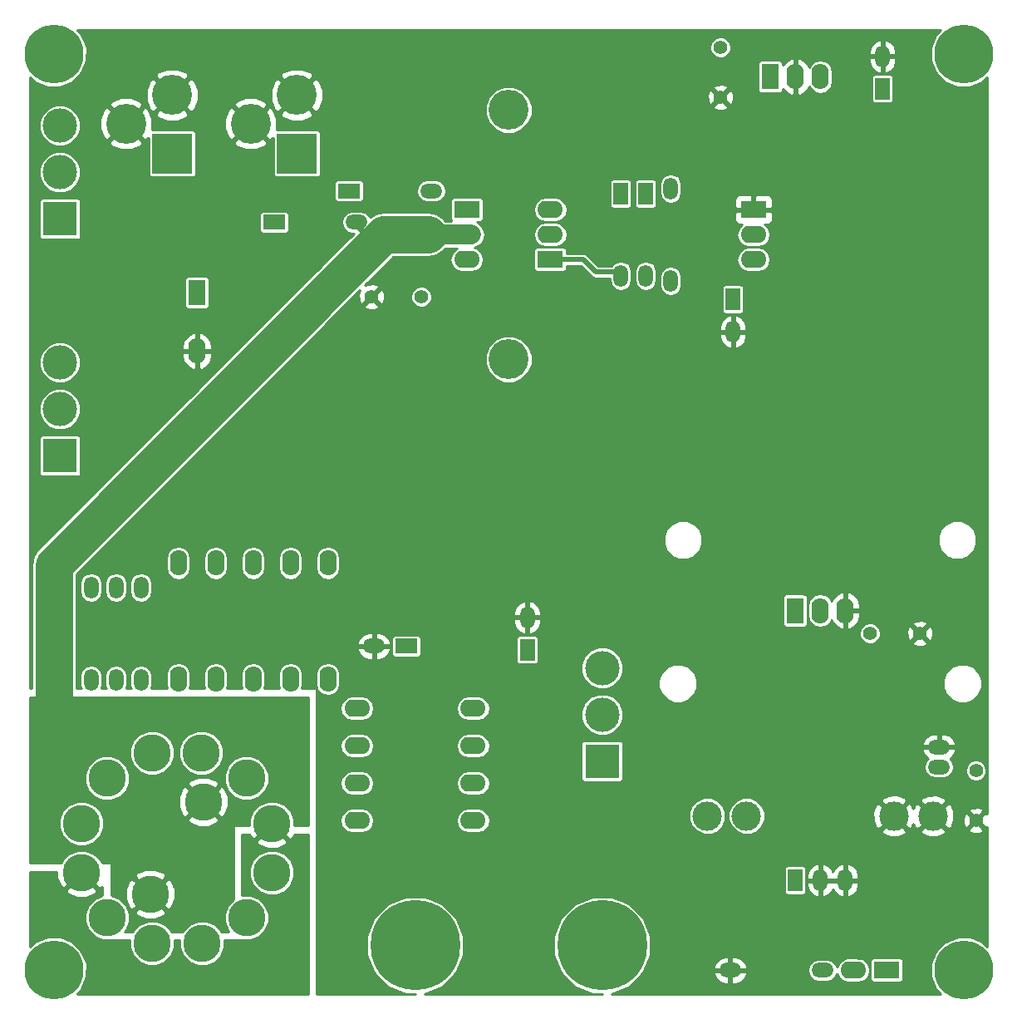
<source format=gbl>
G04 (created by PCBNEW (2013-07-07 BZR 4022)-stable) date 3/27/2014 11:17:26 PM*
%MOIN*%
G04 Gerber Fmt 3.4, Leading zero omitted, Abs format*
%FSLAX34Y34*%
G01*
G70*
G90*
G04 APERTURE LIST*
%ADD10C,0.00590551*%
%ADD11R,0.1035X0.069*%
%ADD12O,0.1035X0.069*%
%ADD13R,0.069X0.1035*%
%ADD14O,0.069X0.1035*%
%ADD15O,0.0885X0.059*%
%ADD16O,0.059X0.0885*%
%ADD17R,0.16X0.16*%
%ADD18C,0.16*%
%ADD19C,0.23622*%
%ADD20C,0.055*%
%ADD21R,0.059X0.0885*%
%ADD22R,0.0885X0.059*%
%ADD23R,0.137795X0.137795*%
%ADD24C,0.137795*%
%ADD25C,0.15*%
%ADD26C,0.36*%
%ADD27C,0.11811*%
%ADD28C,0.02*%
%ADD29C,0.08*%
%ADD30C,0.15*%
%ADD31C,0.01*%
G04 APERTURE END LIST*
G54D10*
G54D11*
X74922Y-54750D03*
G54D12*
X74922Y-53750D03*
X74922Y-52750D03*
G54D11*
X71577Y-52750D03*
G54D12*
X71577Y-53750D03*
X71577Y-54750D03*
G54D13*
X83750Y-47422D03*
G54D14*
X84750Y-47422D03*
X85750Y-47422D03*
G54D15*
X85852Y-83250D03*
X82147Y-83250D03*
G54D16*
X79750Y-55602D03*
X79750Y-51897D03*
G54D17*
X64750Y-50500D03*
G54D18*
X64750Y-48150D03*
X62900Y-49300D03*
G54D14*
X60000Y-71577D03*
X60000Y-66922D03*
X61500Y-71577D03*
X61500Y-66922D03*
X63000Y-71577D03*
X63000Y-66922D03*
X66000Y-71577D03*
X66000Y-66922D03*
X64500Y-71577D03*
X64500Y-66922D03*
G54D12*
X67172Y-77250D03*
X71827Y-77250D03*
X67172Y-75750D03*
X71827Y-75750D03*
X67172Y-74250D03*
X71827Y-74250D03*
X67172Y-72750D03*
X71827Y-72750D03*
G54D16*
X56500Y-71602D03*
X56500Y-67897D03*
X58500Y-71602D03*
X58500Y-67897D03*
X57500Y-71602D03*
X57500Y-67897D03*
G54D17*
X59750Y-50500D03*
G54D18*
X59750Y-48150D03*
X57900Y-49300D03*
G54D19*
X55000Y-83250D03*
X55000Y-46500D03*
X91500Y-46500D03*
X91500Y-83250D03*
G54D20*
X81750Y-46250D03*
X81750Y-48250D03*
X69750Y-56250D03*
X67750Y-56250D03*
G54D13*
X60750Y-56077D03*
G54D14*
X60750Y-58422D03*
G54D21*
X88250Y-47897D03*
G54D16*
X88250Y-46602D03*
G54D22*
X69147Y-70250D03*
G54D15*
X67852Y-70250D03*
G54D21*
X82250Y-56352D03*
G54D16*
X82250Y-57647D03*
G54D21*
X74000Y-70397D03*
G54D16*
X74000Y-69102D03*
G54D18*
X73250Y-58750D03*
X73250Y-48750D03*
G54D23*
X55250Y-53120D03*
G54D24*
X55250Y-51250D03*
X55250Y-49379D03*
G54D23*
X55250Y-62620D03*
G54D24*
X55250Y-60750D03*
X55250Y-58879D03*
G54D23*
X77000Y-74870D03*
G54D24*
X77000Y-73000D03*
X77000Y-71129D03*
G54D11*
X88422Y-83250D03*
G54D12*
X87077Y-83250D03*
G54D25*
X56118Y-79334D03*
X58952Y-82169D03*
X57141Y-81145D03*
X60960Y-82169D03*
X60921Y-74531D03*
X58952Y-74531D03*
X56118Y-77366D03*
X63755Y-77366D03*
X63755Y-79334D03*
X57141Y-75555D03*
X62732Y-75555D03*
X62732Y-81145D03*
X61000Y-76500D03*
X58874Y-80200D03*
G54D26*
X69500Y-82250D03*
X77000Y-82250D03*
G54D21*
X77750Y-52102D03*
G54D16*
X77750Y-55397D03*
G54D21*
X78750Y-52102D03*
G54D16*
X78750Y-55397D03*
G54D22*
X63852Y-53250D03*
G54D15*
X67147Y-53250D03*
G54D22*
X66852Y-52000D03*
G54D15*
X70147Y-52000D03*
G54D12*
X83077Y-53750D03*
G54D11*
X83077Y-52750D03*
G54D12*
X83077Y-54750D03*
G54D13*
X84750Y-68827D03*
G54D14*
X85750Y-68827D03*
X86750Y-68827D03*
G54D15*
X90523Y-74309D03*
G54D27*
X81222Y-77064D03*
G54D15*
X90523Y-75096D03*
G54D27*
X90277Y-77064D03*
X82797Y-77064D03*
X88702Y-77064D03*
G54D20*
X92000Y-75250D03*
X92000Y-77250D03*
X87750Y-69750D03*
X89750Y-69750D03*
G54D16*
X85750Y-79647D03*
X86750Y-79647D03*
G54D21*
X84750Y-79647D03*
G54D28*
X67000Y-53250D02*
X67875Y-54125D01*
G54D29*
X71750Y-53750D02*
X70000Y-53750D01*
G54D30*
X68250Y-53750D02*
X67875Y-54125D01*
X70000Y-53750D02*
X68250Y-53750D01*
X55000Y-67000D02*
X55000Y-73000D01*
X67875Y-54125D02*
X55000Y-67000D01*
G54D28*
X74750Y-54750D02*
X76250Y-54750D01*
X76250Y-54750D02*
X76750Y-55250D01*
X76750Y-55250D02*
X77750Y-55250D01*
G54D10*
G36*
X92450Y-82317D02*
X92297Y-82164D01*
X92297Y-77617D01*
X92000Y-77320D01*
X91929Y-77391D01*
X91929Y-77250D01*
X91632Y-76952D01*
X91539Y-76977D01*
X91470Y-77174D01*
X91481Y-77382D01*
X91539Y-77522D01*
X91632Y-77547D01*
X91929Y-77250D01*
X91929Y-77391D01*
X91702Y-77617D01*
X91727Y-77710D01*
X91924Y-77779D01*
X92132Y-77768D01*
X92272Y-77710D01*
X92297Y-77617D01*
X92297Y-82164D01*
X92254Y-82122D01*
X91765Y-81919D01*
X91236Y-81918D01*
X91199Y-81933D01*
X91199Y-74443D01*
X91199Y-74174D01*
X91193Y-74146D01*
X91091Y-73959D01*
X90926Y-73824D01*
X90721Y-73764D01*
X90573Y-73764D01*
X90573Y-74259D01*
X91151Y-74259D01*
X91199Y-74174D01*
X91199Y-74443D01*
X91151Y-74359D01*
X90573Y-74359D01*
X90573Y-74366D01*
X90473Y-74366D01*
X90473Y-74359D01*
X90473Y-74259D01*
X90473Y-73764D01*
X90326Y-73764D01*
X90279Y-73777D01*
X90279Y-69825D01*
X90268Y-69617D01*
X90210Y-69477D01*
X90117Y-69452D01*
X90047Y-69523D01*
X90047Y-69382D01*
X90022Y-69289D01*
X89825Y-69220D01*
X89617Y-69231D01*
X89477Y-69289D01*
X89452Y-69382D01*
X89750Y-69679D01*
X90047Y-69382D01*
X90047Y-69523D01*
X89820Y-69750D01*
X90117Y-70047D01*
X90210Y-70022D01*
X90279Y-69825D01*
X90279Y-73777D01*
X90121Y-73824D01*
X90047Y-73884D01*
X90047Y-70117D01*
X89750Y-69820D01*
X89679Y-69891D01*
X89679Y-69750D01*
X89382Y-69452D01*
X89289Y-69477D01*
X89220Y-69674D01*
X89231Y-69882D01*
X89289Y-70022D01*
X89382Y-70047D01*
X89679Y-69750D01*
X89679Y-69891D01*
X89452Y-70117D01*
X89477Y-70210D01*
X89674Y-70279D01*
X89882Y-70268D01*
X90022Y-70210D01*
X90047Y-70117D01*
X90047Y-73884D01*
X89955Y-73959D01*
X89853Y-74146D01*
X89848Y-74174D01*
X89896Y-74259D01*
X90473Y-74259D01*
X90473Y-74359D01*
X89896Y-74359D01*
X89848Y-74443D01*
X89853Y-74471D01*
X89955Y-74659D01*
X90081Y-74760D01*
X90049Y-74781D01*
X89953Y-74926D01*
X89919Y-75096D01*
X89953Y-75266D01*
X90049Y-75411D01*
X90194Y-75507D01*
X90364Y-75541D01*
X90682Y-75541D01*
X90853Y-75507D01*
X90997Y-75411D01*
X91093Y-75266D01*
X91127Y-75096D01*
X91093Y-74926D01*
X90997Y-74781D01*
X90966Y-74760D01*
X91091Y-74659D01*
X91193Y-74471D01*
X91199Y-74443D01*
X91199Y-81933D01*
X91121Y-81966D01*
X91121Y-77216D01*
X91114Y-76881D01*
X90999Y-76602D01*
X90873Y-76539D01*
X90802Y-76610D01*
X90802Y-76468D01*
X90739Y-76343D01*
X90428Y-76221D01*
X90094Y-76227D01*
X89815Y-76343D01*
X89752Y-76468D01*
X90277Y-76994D01*
X90802Y-76468D01*
X90802Y-76610D01*
X90348Y-77064D01*
X90873Y-77590D01*
X90999Y-77527D01*
X91121Y-77216D01*
X91121Y-81966D01*
X90802Y-82097D01*
X90802Y-77661D01*
X90277Y-77135D01*
X90206Y-77206D01*
X90206Y-77064D01*
X89681Y-76539D01*
X89556Y-76602D01*
X89491Y-76765D01*
X89424Y-76602D01*
X89298Y-76539D01*
X89228Y-76610D01*
X89228Y-76468D01*
X89165Y-76343D01*
X88853Y-76221D01*
X88795Y-76222D01*
X88795Y-46800D01*
X88795Y-46652D01*
X88795Y-46552D01*
X88795Y-46405D01*
X88734Y-46200D01*
X88600Y-46034D01*
X88412Y-45932D01*
X88384Y-45926D01*
X88300Y-45975D01*
X88300Y-46552D01*
X88795Y-46552D01*
X88795Y-46652D01*
X88300Y-46652D01*
X88300Y-47229D01*
X88384Y-47278D01*
X88412Y-47272D01*
X88600Y-47170D01*
X88734Y-47004D01*
X88795Y-46800D01*
X88795Y-76222D01*
X88695Y-76224D01*
X88695Y-48310D01*
X88695Y-47425D01*
X88672Y-47370D01*
X88630Y-47327D01*
X88574Y-47305D01*
X88515Y-47304D01*
X88200Y-47304D01*
X88200Y-47229D01*
X88200Y-46652D01*
X88200Y-46552D01*
X88200Y-45975D01*
X88115Y-45926D01*
X88087Y-45932D01*
X87899Y-46034D01*
X87765Y-46200D01*
X87705Y-46405D01*
X87705Y-46552D01*
X88200Y-46552D01*
X88200Y-46652D01*
X87705Y-46652D01*
X87705Y-46800D01*
X87765Y-47004D01*
X87899Y-47170D01*
X88087Y-47272D01*
X88115Y-47278D01*
X88200Y-47229D01*
X88200Y-47304D01*
X87925Y-47304D01*
X87870Y-47327D01*
X87827Y-47369D01*
X87805Y-47425D01*
X87804Y-47484D01*
X87804Y-48369D01*
X87827Y-48424D01*
X87869Y-48467D01*
X87925Y-48489D01*
X87984Y-48490D01*
X88574Y-48490D01*
X88629Y-48467D01*
X88672Y-48425D01*
X88694Y-48369D01*
X88695Y-48310D01*
X88695Y-76224D01*
X88519Y-76227D01*
X88240Y-76343D01*
X88177Y-76468D01*
X88702Y-76994D01*
X89228Y-76468D01*
X89228Y-76610D01*
X88773Y-77064D01*
X89298Y-77590D01*
X89424Y-77527D01*
X89488Y-77364D01*
X89556Y-77527D01*
X89681Y-77590D01*
X90206Y-77064D01*
X90206Y-77206D01*
X89752Y-77661D01*
X89815Y-77786D01*
X90126Y-77908D01*
X90460Y-77902D01*
X90739Y-77786D01*
X90802Y-77661D01*
X90802Y-82097D01*
X90746Y-82120D01*
X90372Y-82495D01*
X90169Y-82984D01*
X90168Y-83513D01*
X90370Y-84003D01*
X90567Y-84200D01*
X89228Y-84200D01*
X89228Y-77661D01*
X88702Y-77135D01*
X88632Y-77206D01*
X88632Y-77064D01*
X88175Y-76607D01*
X88175Y-69665D01*
X88110Y-69509D01*
X87991Y-69389D01*
X87834Y-69325D01*
X87665Y-69324D01*
X87509Y-69389D01*
X87389Y-69508D01*
X87345Y-69617D01*
X87345Y-69050D01*
X87345Y-68877D01*
X87345Y-68777D01*
X87345Y-68605D01*
X87280Y-68381D01*
X87135Y-68198D01*
X86931Y-68086D01*
X86892Y-68077D01*
X86800Y-68124D01*
X86800Y-68777D01*
X87345Y-68777D01*
X87345Y-68877D01*
X86800Y-68877D01*
X86800Y-69530D01*
X86892Y-69577D01*
X86931Y-69568D01*
X87135Y-69456D01*
X87280Y-69273D01*
X87345Y-69050D01*
X87345Y-69617D01*
X87325Y-69665D01*
X87324Y-69834D01*
X87389Y-69990D01*
X87508Y-70110D01*
X87665Y-70174D01*
X87834Y-70175D01*
X87990Y-70110D01*
X88110Y-69991D01*
X88174Y-69834D01*
X88175Y-69665D01*
X88175Y-76607D01*
X88106Y-76539D01*
X87981Y-76602D01*
X87859Y-76913D01*
X87865Y-77248D01*
X87981Y-77527D01*
X88106Y-77590D01*
X88632Y-77064D01*
X88632Y-77206D01*
X88177Y-77661D01*
X88240Y-77786D01*
X88551Y-77908D01*
X88885Y-77902D01*
X89165Y-77786D01*
X89228Y-77661D01*
X89228Y-84200D01*
X89090Y-84200D01*
X89090Y-83565D01*
X89090Y-82875D01*
X89067Y-82820D01*
X89025Y-82777D01*
X88969Y-82755D01*
X88910Y-82754D01*
X87875Y-82754D01*
X87820Y-82777D01*
X87777Y-82819D01*
X87755Y-82875D01*
X87754Y-82934D01*
X87754Y-83234D01*
X87720Y-83060D01*
X87613Y-82899D01*
X87452Y-82792D01*
X87295Y-82761D01*
X87295Y-79845D01*
X87295Y-79697D01*
X87295Y-79597D01*
X87295Y-79450D01*
X87234Y-79245D01*
X87100Y-79079D01*
X86912Y-78977D01*
X86884Y-78971D01*
X86800Y-79020D01*
X86800Y-79597D01*
X87295Y-79597D01*
X87295Y-79697D01*
X86800Y-79697D01*
X86800Y-80274D01*
X86884Y-80323D01*
X86912Y-80317D01*
X87100Y-80215D01*
X87234Y-80049D01*
X87295Y-79845D01*
X87295Y-82761D01*
X87263Y-82755D01*
X86891Y-82755D01*
X86702Y-82792D01*
X86700Y-82794D01*
X86700Y-80274D01*
X86700Y-79697D01*
X86700Y-79597D01*
X86700Y-79020D01*
X86700Y-69530D01*
X86700Y-68877D01*
X86692Y-68877D01*
X86692Y-68777D01*
X86700Y-68777D01*
X86700Y-68124D01*
X86607Y-68077D01*
X86568Y-68086D01*
X86364Y-68198D01*
X86245Y-68349D01*
X86245Y-47608D01*
X86245Y-47236D01*
X86207Y-47047D01*
X86100Y-46886D01*
X85939Y-46779D01*
X85750Y-46741D01*
X85560Y-46779D01*
X85399Y-46886D01*
X85298Y-47038D01*
X85280Y-46976D01*
X85135Y-46793D01*
X84931Y-46681D01*
X84892Y-46672D01*
X84800Y-46719D01*
X84800Y-47372D01*
X84807Y-47372D01*
X84807Y-47472D01*
X84800Y-47472D01*
X84800Y-48125D01*
X84892Y-48172D01*
X84931Y-48163D01*
X85135Y-48051D01*
X85280Y-47868D01*
X85298Y-47806D01*
X85399Y-47958D01*
X85560Y-48065D01*
X85750Y-48103D01*
X85939Y-48065D01*
X86100Y-47958D01*
X86207Y-47797D01*
X86245Y-47608D01*
X86245Y-68349D01*
X86219Y-68381D01*
X86201Y-68443D01*
X86100Y-68291D01*
X85939Y-68184D01*
X85750Y-68146D01*
X85560Y-68184D01*
X85399Y-68291D01*
X85292Y-68452D01*
X85255Y-68641D01*
X85255Y-69013D01*
X85292Y-69202D01*
X85399Y-69363D01*
X85560Y-69470D01*
X85750Y-69508D01*
X85939Y-69470D01*
X86100Y-69363D01*
X86201Y-69211D01*
X86219Y-69273D01*
X86364Y-69456D01*
X86568Y-69568D01*
X86607Y-69577D01*
X86700Y-69530D01*
X86700Y-79020D01*
X86615Y-78971D01*
X86587Y-78977D01*
X86399Y-79079D01*
X86265Y-79245D01*
X86250Y-79298D01*
X86234Y-79245D01*
X86100Y-79079D01*
X85912Y-78977D01*
X85884Y-78971D01*
X85800Y-79020D01*
X85800Y-79597D01*
X86205Y-79597D01*
X86295Y-79597D01*
X86700Y-79597D01*
X86700Y-79697D01*
X86295Y-79697D01*
X86205Y-79697D01*
X85800Y-79697D01*
X85800Y-80274D01*
X85884Y-80323D01*
X85912Y-80317D01*
X86100Y-80215D01*
X86234Y-80049D01*
X86250Y-79996D01*
X86265Y-80049D01*
X86399Y-80215D01*
X86587Y-80317D01*
X86615Y-80323D01*
X86700Y-80274D01*
X86700Y-82794D01*
X86541Y-82899D01*
X86434Y-83060D01*
X86426Y-83099D01*
X86422Y-83079D01*
X86326Y-82935D01*
X86181Y-82838D01*
X86011Y-82805D01*
X85700Y-82805D01*
X85700Y-80274D01*
X85700Y-79697D01*
X85700Y-79597D01*
X85700Y-79020D01*
X85615Y-78971D01*
X85587Y-78977D01*
X85399Y-79079D01*
X85265Y-79245D01*
X85245Y-79314D01*
X85245Y-69315D01*
X85245Y-68280D01*
X85222Y-68225D01*
X85180Y-68182D01*
X85124Y-68160D01*
X85065Y-68159D01*
X84700Y-68159D01*
X84700Y-48125D01*
X84700Y-47472D01*
X84692Y-47472D01*
X84692Y-47372D01*
X84700Y-47372D01*
X84700Y-46719D01*
X84607Y-46672D01*
X84568Y-46681D01*
X84364Y-46793D01*
X84245Y-46943D01*
X84245Y-46875D01*
X84222Y-46820D01*
X84180Y-46777D01*
X84124Y-46755D01*
X84065Y-46754D01*
X83375Y-46754D01*
X83320Y-46777D01*
X83277Y-46819D01*
X83255Y-46875D01*
X83254Y-46934D01*
X83254Y-47969D01*
X83277Y-48024D01*
X83319Y-48067D01*
X83375Y-48089D01*
X83434Y-48090D01*
X84124Y-48090D01*
X84179Y-48067D01*
X84222Y-48025D01*
X84244Y-47969D01*
X84245Y-47910D01*
X84245Y-47901D01*
X84364Y-48051D01*
X84568Y-48163D01*
X84607Y-48172D01*
X84700Y-48125D01*
X84700Y-68159D01*
X84375Y-68159D01*
X84320Y-68182D01*
X84277Y-68224D01*
X84255Y-68280D01*
X84254Y-68339D01*
X84254Y-69374D01*
X84277Y-69429D01*
X84319Y-69472D01*
X84375Y-69494D01*
X84434Y-69495D01*
X85124Y-69495D01*
X85179Y-69472D01*
X85222Y-69430D01*
X85244Y-69374D01*
X85245Y-69315D01*
X85245Y-79314D01*
X85205Y-79450D01*
X85205Y-79597D01*
X85700Y-79597D01*
X85700Y-79697D01*
X85205Y-79697D01*
X85205Y-79845D01*
X85265Y-80049D01*
X85399Y-80215D01*
X85587Y-80317D01*
X85615Y-80323D01*
X85700Y-80274D01*
X85700Y-82805D01*
X85693Y-82805D01*
X85523Y-82838D01*
X85378Y-82935D01*
X85282Y-83079D01*
X85248Y-83250D01*
X85282Y-83420D01*
X85378Y-83564D01*
X85523Y-83661D01*
X85693Y-83695D01*
X86011Y-83695D01*
X86181Y-83661D01*
X86326Y-83564D01*
X86422Y-83420D01*
X86426Y-83400D01*
X86434Y-83439D01*
X86541Y-83600D01*
X86702Y-83707D01*
X86891Y-83745D01*
X87263Y-83745D01*
X87452Y-83707D01*
X87613Y-83600D01*
X87720Y-83439D01*
X87754Y-83265D01*
X87754Y-83624D01*
X87777Y-83679D01*
X87819Y-83722D01*
X87875Y-83744D01*
X87934Y-83745D01*
X88969Y-83745D01*
X89024Y-83722D01*
X89067Y-83680D01*
X89089Y-83624D01*
X89090Y-83565D01*
X89090Y-84200D01*
X85195Y-84200D01*
X85195Y-80060D01*
X85195Y-79175D01*
X85172Y-79120D01*
X85130Y-79077D01*
X85074Y-79055D01*
X85015Y-79054D01*
X84425Y-79054D01*
X84370Y-79077D01*
X84327Y-79119D01*
X84305Y-79175D01*
X84304Y-79234D01*
X84304Y-80119D01*
X84327Y-80174D01*
X84369Y-80217D01*
X84425Y-80239D01*
X84484Y-80240D01*
X85074Y-80240D01*
X85129Y-80217D01*
X85172Y-80175D01*
X85194Y-80119D01*
X85195Y-80060D01*
X85195Y-84200D01*
X83845Y-84200D01*
X83845Y-53045D01*
X83845Y-52454D01*
X83844Y-52355D01*
X83806Y-52263D01*
X83736Y-52192D01*
X83644Y-52154D01*
X83190Y-52155D01*
X83127Y-52217D01*
X83127Y-52700D01*
X83782Y-52700D01*
X83845Y-52637D01*
X83845Y-52454D01*
X83845Y-53045D01*
X83845Y-52862D01*
X83782Y-52800D01*
X83127Y-52800D01*
X83127Y-52807D01*
X83027Y-52807D01*
X83027Y-52800D01*
X83027Y-52700D01*
X83027Y-52217D01*
X82965Y-52155D01*
X82510Y-52154D01*
X82418Y-52192D01*
X82348Y-52263D01*
X82310Y-52355D01*
X82309Y-52454D01*
X82310Y-52637D01*
X82372Y-52700D01*
X83027Y-52700D01*
X83027Y-52800D01*
X82372Y-52800D01*
X82310Y-52862D01*
X82309Y-53045D01*
X82310Y-53144D01*
X82348Y-53236D01*
X82418Y-53307D01*
X82510Y-53345D01*
X82624Y-53345D01*
X82541Y-53399D01*
X82434Y-53560D01*
X82396Y-53750D01*
X82434Y-53939D01*
X82541Y-54100D01*
X82702Y-54207D01*
X82891Y-54245D01*
X83263Y-54245D01*
X83452Y-54207D01*
X83613Y-54100D01*
X83720Y-53939D01*
X83758Y-53750D01*
X83720Y-53560D01*
X83613Y-53399D01*
X83530Y-53345D01*
X83644Y-53345D01*
X83736Y-53307D01*
X83806Y-53236D01*
X83844Y-53144D01*
X83845Y-53045D01*
X83845Y-84200D01*
X83758Y-84200D01*
X83758Y-54750D01*
X83720Y-54560D01*
X83613Y-54399D01*
X83452Y-54292D01*
X83263Y-54255D01*
X82891Y-54255D01*
X82702Y-54292D01*
X82541Y-54399D01*
X82434Y-54560D01*
X82396Y-54750D01*
X82434Y-54939D01*
X82541Y-55100D01*
X82702Y-55207D01*
X82891Y-55245D01*
X83263Y-55245D01*
X83452Y-55207D01*
X83613Y-55100D01*
X83720Y-54939D01*
X83758Y-54750D01*
X83758Y-84200D01*
X83537Y-84200D01*
X83537Y-76918D01*
X83425Y-76646D01*
X83217Y-76437D01*
X82945Y-76324D01*
X82795Y-76324D01*
X82795Y-57845D01*
X82795Y-57697D01*
X82795Y-57597D01*
X82795Y-57450D01*
X82734Y-57245D01*
X82695Y-57196D01*
X82695Y-56765D01*
X82695Y-55880D01*
X82672Y-55825D01*
X82630Y-55782D01*
X82574Y-55760D01*
X82515Y-55759D01*
X82279Y-55759D01*
X82279Y-48325D01*
X82268Y-48117D01*
X82210Y-47977D01*
X82175Y-47967D01*
X82175Y-46165D01*
X82110Y-46009D01*
X81991Y-45889D01*
X81834Y-45825D01*
X81665Y-45824D01*
X81509Y-45889D01*
X81389Y-46008D01*
X81325Y-46165D01*
X81324Y-46334D01*
X81389Y-46490D01*
X81508Y-46610D01*
X81665Y-46674D01*
X81834Y-46675D01*
X81990Y-46610D01*
X82110Y-46491D01*
X82174Y-46334D01*
X82175Y-46165D01*
X82175Y-47967D01*
X82117Y-47952D01*
X82047Y-48023D01*
X82047Y-47882D01*
X82022Y-47789D01*
X81825Y-47720D01*
X81617Y-47731D01*
X81477Y-47789D01*
X81452Y-47882D01*
X81750Y-48179D01*
X82047Y-47882D01*
X82047Y-48023D01*
X81820Y-48250D01*
X82117Y-48547D01*
X82210Y-48522D01*
X82279Y-48325D01*
X82279Y-55759D01*
X82047Y-55759D01*
X82047Y-48617D01*
X81750Y-48320D01*
X81679Y-48391D01*
X81679Y-48250D01*
X81382Y-47952D01*
X81289Y-47977D01*
X81220Y-48174D01*
X81231Y-48382D01*
X81289Y-48522D01*
X81382Y-48547D01*
X81679Y-48250D01*
X81679Y-48391D01*
X81452Y-48617D01*
X81477Y-48710D01*
X81674Y-48779D01*
X81882Y-48768D01*
X82022Y-48710D01*
X82047Y-48617D01*
X82047Y-55759D01*
X81925Y-55759D01*
X81870Y-55782D01*
X81827Y-55824D01*
X81805Y-55880D01*
X81804Y-55939D01*
X81804Y-56824D01*
X81827Y-56879D01*
X81869Y-56922D01*
X81925Y-56944D01*
X81984Y-56945D01*
X82574Y-56945D01*
X82629Y-56922D01*
X82672Y-56880D01*
X82694Y-56824D01*
X82695Y-56765D01*
X82695Y-57196D01*
X82600Y-57079D01*
X82412Y-56977D01*
X82384Y-56971D01*
X82300Y-57020D01*
X82300Y-57597D01*
X82795Y-57597D01*
X82795Y-57697D01*
X82300Y-57697D01*
X82300Y-58274D01*
X82384Y-58323D01*
X82412Y-58317D01*
X82600Y-58215D01*
X82734Y-58049D01*
X82795Y-57845D01*
X82795Y-76324D01*
X82650Y-76324D01*
X82378Y-76436D01*
X82200Y-76614D01*
X82200Y-58274D01*
X82200Y-57697D01*
X82200Y-57597D01*
X82200Y-57020D01*
X82115Y-56971D01*
X82087Y-56977D01*
X81899Y-57079D01*
X81765Y-57245D01*
X81705Y-57450D01*
X81705Y-57597D01*
X82200Y-57597D01*
X82200Y-57697D01*
X81705Y-57697D01*
X81705Y-57845D01*
X81765Y-58049D01*
X81899Y-58215D01*
X82087Y-58317D01*
X82115Y-58323D01*
X82200Y-58274D01*
X82200Y-76614D01*
X82169Y-76644D01*
X82056Y-76917D01*
X82056Y-77211D01*
X82169Y-77483D01*
X82377Y-77692D01*
X82649Y-77805D01*
X82943Y-77805D01*
X83216Y-77693D01*
X83424Y-77484D01*
X83537Y-77212D01*
X83537Y-76918D01*
X83537Y-84200D01*
X82823Y-84200D01*
X82823Y-83384D01*
X82823Y-83115D01*
X82817Y-83087D01*
X82715Y-82899D01*
X82549Y-82765D01*
X82345Y-82705D01*
X82197Y-82705D01*
X82197Y-83200D01*
X82774Y-83200D01*
X82823Y-83115D01*
X82823Y-83384D01*
X82774Y-83300D01*
X82197Y-83300D01*
X82197Y-83795D01*
X82345Y-83795D01*
X82549Y-83734D01*
X82715Y-83600D01*
X82817Y-83412D01*
X82823Y-83384D01*
X82823Y-84200D01*
X82097Y-84200D01*
X82097Y-83795D01*
X82097Y-83300D01*
X82097Y-83200D01*
X82097Y-82705D01*
X81963Y-82705D01*
X81963Y-76918D01*
X81850Y-76646D01*
X81642Y-76437D01*
X81370Y-76324D01*
X81075Y-76324D01*
X81030Y-76343D01*
X81030Y-65845D01*
X80911Y-65558D01*
X80692Y-65339D01*
X80405Y-65220D01*
X80195Y-65220D01*
X80195Y-55761D01*
X80195Y-55443D01*
X80195Y-52056D01*
X80195Y-51738D01*
X80161Y-51568D01*
X80064Y-51423D01*
X79920Y-51327D01*
X79750Y-51293D01*
X79579Y-51327D01*
X79435Y-51423D01*
X79338Y-51568D01*
X79305Y-51738D01*
X79305Y-52056D01*
X79338Y-52226D01*
X79435Y-52371D01*
X79579Y-52467D01*
X79750Y-52501D01*
X79920Y-52467D01*
X80064Y-52371D01*
X80161Y-52226D01*
X80195Y-52056D01*
X80195Y-55443D01*
X80161Y-55273D01*
X80064Y-55128D01*
X79920Y-55032D01*
X79750Y-54998D01*
X79579Y-55032D01*
X79435Y-55128D01*
X79338Y-55273D01*
X79305Y-55443D01*
X79305Y-55761D01*
X79338Y-55931D01*
X79435Y-56076D01*
X79579Y-56172D01*
X79750Y-56206D01*
X79920Y-56172D01*
X80064Y-56076D01*
X80161Y-55931D01*
X80195Y-55761D01*
X80195Y-65220D01*
X80095Y-65219D01*
X79808Y-65338D01*
X79589Y-65557D01*
X79470Y-65844D01*
X79469Y-66154D01*
X79588Y-66441D01*
X79807Y-66660D01*
X80094Y-66779D01*
X80404Y-66780D01*
X80691Y-66661D01*
X80910Y-66442D01*
X81029Y-66155D01*
X81030Y-65845D01*
X81030Y-76343D01*
X80821Y-76429D01*
X80821Y-71595D01*
X80702Y-71308D01*
X80483Y-71089D01*
X80197Y-70970D01*
X79886Y-70969D01*
X79600Y-71088D01*
X79380Y-71307D01*
X79261Y-71594D01*
X79261Y-71904D01*
X79379Y-72191D01*
X79598Y-72410D01*
X79885Y-72529D01*
X80195Y-72530D01*
X80482Y-72411D01*
X80702Y-72192D01*
X80821Y-71905D01*
X80821Y-71595D01*
X80821Y-76429D01*
X80803Y-76436D01*
X80594Y-76644D01*
X80482Y-76917D01*
X80481Y-77211D01*
X80594Y-77483D01*
X80802Y-77692D01*
X81074Y-77805D01*
X81369Y-77805D01*
X81641Y-77693D01*
X81849Y-77484D01*
X81962Y-77212D01*
X81963Y-76918D01*
X81963Y-82705D01*
X81950Y-82705D01*
X81745Y-82765D01*
X81579Y-82899D01*
X81477Y-83087D01*
X81471Y-83115D01*
X81520Y-83200D01*
X82097Y-83200D01*
X82097Y-83300D01*
X81520Y-83300D01*
X81471Y-83384D01*
X81477Y-83412D01*
X81579Y-83600D01*
X81745Y-83734D01*
X81950Y-83795D01*
X82097Y-83795D01*
X82097Y-84200D01*
X79195Y-84200D01*
X79195Y-52515D01*
X79195Y-51630D01*
X79172Y-51575D01*
X79130Y-51532D01*
X79074Y-51510D01*
X79015Y-51509D01*
X78425Y-51509D01*
X78370Y-51532D01*
X78327Y-51574D01*
X78305Y-51630D01*
X78304Y-51689D01*
X78304Y-52574D01*
X78327Y-52629D01*
X78369Y-52672D01*
X78425Y-52694D01*
X78484Y-52695D01*
X79074Y-52695D01*
X79129Y-52672D01*
X79172Y-52630D01*
X79194Y-52574D01*
X79195Y-52515D01*
X79195Y-84200D01*
X79195Y-84200D01*
X79195Y-55556D01*
X79195Y-55238D01*
X79161Y-55068D01*
X79064Y-54923D01*
X78920Y-54827D01*
X78750Y-54793D01*
X78579Y-54827D01*
X78435Y-54923D01*
X78338Y-55068D01*
X78305Y-55238D01*
X78305Y-55556D01*
X78338Y-55726D01*
X78435Y-55871D01*
X78579Y-55967D01*
X78750Y-56001D01*
X78920Y-55967D01*
X79064Y-55871D01*
X79161Y-55726D01*
X79195Y-55556D01*
X79195Y-84200D01*
X77386Y-84200D01*
X78103Y-83904D01*
X78652Y-83356D01*
X78949Y-82639D01*
X78950Y-81863D01*
X78654Y-81146D01*
X78195Y-80686D01*
X78195Y-52515D01*
X78195Y-51630D01*
X78172Y-51575D01*
X78130Y-51532D01*
X78074Y-51510D01*
X78015Y-51509D01*
X77425Y-51509D01*
X77370Y-51532D01*
X77327Y-51574D01*
X77305Y-51630D01*
X77304Y-51689D01*
X77304Y-52574D01*
X77327Y-52629D01*
X77369Y-52672D01*
X77425Y-52694D01*
X77484Y-52695D01*
X78074Y-52695D01*
X78129Y-52672D01*
X78172Y-52630D01*
X78194Y-52574D01*
X78195Y-52515D01*
X78195Y-80686D01*
X78195Y-80686D01*
X78195Y-55556D01*
X78195Y-55238D01*
X78161Y-55068D01*
X78064Y-54923D01*
X77920Y-54827D01*
X77750Y-54793D01*
X77579Y-54827D01*
X77435Y-54923D01*
X77384Y-55000D01*
X76853Y-55000D01*
X76426Y-54573D01*
X76345Y-54519D01*
X76250Y-54500D01*
X75603Y-54500D01*
X75603Y-53750D01*
X75603Y-52750D01*
X75565Y-52560D01*
X75458Y-52399D01*
X75297Y-52292D01*
X75108Y-52255D01*
X74736Y-52255D01*
X74547Y-52292D01*
X74386Y-52399D01*
X74279Y-52560D01*
X74241Y-52750D01*
X74279Y-52939D01*
X74386Y-53100D01*
X74547Y-53207D01*
X74736Y-53245D01*
X75108Y-53245D01*
X75297Y-53207D01*
X75458Y-53100D01*
X75565Y-52939D01*
X75603Y-52750D01*
X75603Y-53750D01*
X75565Y-53560D01*
X75458Y-53399D01*
X75297Y-53292D01*
X75108Y-53255D01*
X74736Y-53255D01*
X74547Y-53292D01*
X74386Y-53399D01*
X74279Y-53560D01*
X74241Y-53750D01*
X74279Y-53939D01*
X74386Y-54100D01*
X74547Y-54207D01*
X74736Y-54245D01*
X75108Y-54245D01*
X75297Y-54207D01*
X75458Y-54100D01*
X75565Y-53939D01*
X75603Y-53750D01*
X75603Y-54500D01*
X75590Y-54500D01*
X75590Y-54375D01*
X75567Y-54320D01*
X75525Y-54277D01*
X75469Y-54255D01*
X75410Y-54254D01*
X74375Y-54254D01*
X74320Y-54277D01*
X74277Y-54319D01*
X74255Y-54375D01*
X74254Y-54434D01*
X74254Y-55124D01*
X74277Y-55179D01*
X74319Y-55222D01*
X74375Y-55244D01*
X74434Y-55245D01*
X75469Y-55245D01*
X75524Y-55222D01*
X75567Y-55180D01*
X75589Y-55124D01*
X75590Y-55065D01*
X75590Y-55000D01*
X76146Y-55000D01*
X76573Y-55426D01*
X76654Y-55480D01*
X76750Y-55500D01*
X77305Y-55500D01*
X77305Y-55556D01*
X77338Y-55726D01*
X77435Y-55871D01*
X77579Y-55967D01*
X77750Y-56001D01*
X77920Y-55967D01*
X78064Y-55871D01*
X78161Y-55726D01*
X78195Y-55556D01*
X78195Y-80686D01*
X78106Y-80597D01*
X77839Y-80487D01*
X77839Y-72833D01*
X77839Y-70963D01*
X77711Y-70655D01*
X77475Y-70419D01*
X77167Y-70291D01*
X76833Y-70290D01*
X76525Y-70418D01*
X76289Y-70654D01*
X76161Y-70962D01*
X76160Y-71296D01*
X76288Y-71604D01*
X76524Y-71840D01*
X76832Y-71968D01*
X77166Y-71969D01*
X77474Y-71841D01*
X77710Y-71605D01*
X77838Y-71297D01*
X77839Y-70963D01*
X77839Y-72833D01*
X77711Y-72525D01*
X77475Y-72289D01*
X77167Y-72161D01*
X76833Y-72160D01*
X76525Y-72288D01*
X76289Y-72524D01*
X76161Y-72832D01*
X76160Y-73166D01*
X76288Y-73474D01*
X76524Y-73710D01*
X76832Y-73838D01*
X77166Y-73839D01*
X77474Y-73711D01*
X77710Y-73475D01*
X77838Y-73167D01*
X77839Y-72833D01*
X77839Y-80487D01*
X77839Y-80486D01*
X77839Y-75529D01*
X77839Y-74151D01*
X77816Y-74096D01*
X77774Y-74054D01*
X77718Y-74031D01*
X77659Y-74031D01*
X76281Y-74031D01*
X76226Y-74053D01*
X76183Y-74096D01*
X76161Y-74151D01*
X76160Y-74210D01*
X76160Y-75588D01*
X76183Y-75643D01*
X76225Y-75686D01*
X76281Y-75709D01*
X76340Y-75709D01*
X77718Y-75709D01*
X77773Y-75686D01*
X77816Y-75644D01*
X77838Y-75589D01*
X77839Y-75529D01*
X77839Y-80486D01*
X77389Y-80300D01*
X76613Y-80299D01*
X75896Y-80595D01*
X75347Y-81143D01*
X75050Y-81860D01*
X75049Y-82636D01*
X75345Y-83353D01*
X75893Y-83902D01*
X76610Y-84199D01*
X76999Y-84200D01*
X74545Y-84200D01*
X74545Y-69300D01*
X74545Y-69152D01*
X74545Y-69052D01*
X74545Y-68905D01*
X74484Y-68700D01*
X74350Y-68534D01*
X74200Y-68452D01*
X74200Y-58561D01*
X74200Y-48561D01*
X74055Y-48212D01*
X73788Y-47945D01*
X73439Y-47800D01*
X73061Y-47799D01*
X72712Y-47944D01*
X72445Y-48211D01*
X72300Y-48560D01*
X72299Y-48938D01*
X72444Y-49287D01*
X72711Y-49554D01*
X73060Y-49699D01*
X73438Y-49700D01*
X73787Y-49555D01*
X74054Y-49288D01*
X74199Y-48939D01*
X74200Y-48561D01*
X74200Y-58561D01*
X74055Y-58212D01*
X73788Y-57945D01*
X73439Y-57800D01*
X73061Y-57799D01*
X72712Y-57944D01*
X72445Y-58211D01*
X72300Y-58560D01*
X72299Y-58938D01*
X72444Y-59287D01*
X72711Y-59554D01*
X73060Y-59699D01*
X73438Y-59700D01*
X73787Y-59555D01*
X74054Y-59288D01*
X74199Y-58939D01*
X74200Y-58561D01*
X74200Y-68452D01*
X74162Y-68432D01*
X74134Y-68426D01*
X74050Y-68475D01*
X74050Y-69052D01*
X74545Y-69052D01*
X74545Y-69152D01*
X74050Y-69152D01*
X74050Y-69729D01*
X74134Y-69778D01*
X74162Y-69772D01*
X74350Y-69670D01*
X74484Y-69504D01*
X74545Y-69300D01*
X74545Y-84200D01*
X74445Y-84200D01*
X74445Y-70810D01*
X74445Y-69925D01*
X74422Y-69870D01*
X74380Y-69827D01*
X74324Y-69805D01*
X74265Y-69804D01*
X73950Y-69804D01*
X73950Y-69729D01*
X73950Y-69152D01*
X73950Y-69052D01*
X73950Y-68475D01*
X73865Y-68426D01*
X73837Y-68432D01*
X73649Y-68534D01*
X73515Y-68700D01*
X73455Y-68905D01*
X73455Y-69052D01*
X73950Y-69052D01*
X73950Y-69152D01*
X73455Y-69152D01*
X73455Y-69300D01*
X73515Y-69504D01*
X73649Y-69670D01*
X73837Y-69772D01*
X73865Y-69778D01*
X73950Y-69729D01*
X73950Y-69804D01*
X73675Y-69804D01*
X73620Y-69827D01*
X73577Y-69869D01*
X73555Y-69925D01*
X73554Y-69984D01*
X73554Y-70869D01*
X73577Y-70924D01*
X73619Y-70967D01*
X73675Y-70989D01*
X73734Y-70990D01*
X74324Y-70990D01*
X74379Y-70967D01*
X74422Y-70925D01*
X74444Y-70869D01*
X74445Y-70810D01*
X74445Y-84200D01*
X72508Y-84200D01*
X72508Y-77250D01*
X72508Y-75750D01*
X72508Y-74250D01*
X72508Y-72750D01*
X72470Y-72560D01*
X72363Y-72399D01*
X72202Y-72292D01*
X72013Y-72255D01*
X71641Y-72255D01*
X71452Y-72292D01*
X71291Y-72399D01*
X71184Y-72560D01*
X71146Y-72750D01*
X71184Y-72939D01*
X71291Y-73100D01*
X71452Y-73207D01*
X71641Y-73245D01*
X72013Y-73245D01*
X72202Y-73207D01*
X72363Y-73100D01*
X72470Y-72939D01*
X72508Y-72750D01*
X72508Y-74250D01*
X72470Y-74060D01*
X72363Y-73899D01*
X72202Y-73792D01*
X72013Y-73755D01*
X71641Y-73755D01*
X71452Y-73792D01*
X71291Y-73899D01*
X71184Y-74060D01*
X71146Y-74250D01*
X71184Y-74439D01*
X71291Y-74600D01*
X71452Y-74707D01*
X71641Y-74745D01*
X72013Y-74745D01*
X72202Y-74707D01*
X72363Y-74600D01*
X72470Y-74439D01*
X72508Y-74250D01*
X72508Y-75750D01*
X72470Y-75560D01*
X72363Y-75399D01*
X72202Y-75292D01*
X72013Y-75255D01*
X71641Y-75255D01*
X71452Y-75292D01*
X71291Y-75399D01*
X71184Y-75560D01*
X71146Y-75750D01*
X71184Y-75939D01*
X71291Y-76100D01*
X71452Y-76207D01*
X71641Y-76245D01*
X72013Y-76245D01*
X72202Y-76207D01*
X72363Y-76100D01*
X72470Y-75939D01*
X72508Y-75750D01*
X72508Y-77250D01*
X72470Y-77060D01*
X72363Y-76899D01*
X72202Y-76792D01*
X72013Y-76755D01*
X71641Y-76755D01*
X71452Y-76792D01*
X71291Y-76899D01*
X71184Y-77060D01*
X71146Y-77250D01*
X71184Y-77439D01*
X71291Y-77600D01*
X71452Y-77707D01*
X71641Y-77745D01*
X72013Y-77745D01*
X72202Y-77707D01*
X72363Y-77600D01*
X72470Y-77439D01*
X72508Y-77250D01*
X72508Y-84200D01*
X69886Y-84200D01*
X70603Y-83904D01*
X71152Y-83356D01*
X71449Y-82639D01*
X71450Y-81863D01*
X71154Y-81146D01*
X70606Y-80597D01*
X70175Y-80418D01*
X70175Y-56165D01*
X70110Y-56009D01*
X69991Y-55889D01*
X69834Y-55825D01*
X69665Y-55824D01*
X69509Y-55889D01*
X69389Y-56008D01*
X69325Y-56165D01*
X69324Y-56334D01*
X69389Y-56490D01*
X69508Y-56610D01*
X69665Y-56674D01*
X69834Y-56675D01*
X69990Y-56610D01*
X70110Y-56491D01*
X70174Y-56334D01*
X70175Y-56165D01*
X70175Y-80418D01*
X69889Y-80300D01*
X69740Y-80300D01*
X69740Y-70515D01*
X69740Y-69925D01*
X69717Y-69870D01*
X69675Y-69827D01*
X69619Y-69805D01*
X69560Y-69804D01*
X68675Y-69804D01*
X68620Y-69827D01*
X68577Y-69869D01*
X68555Y-69925D01*
X68554Y-69984D01*
X68554Y-70574D01*
X68577Y-70629D01*
X68619Y-70672D01*
X68675Y-70694D01*
X68734Y-70695D01*
X69619Y-70695D01*
X69674Y-70672D01*
X69717Y-70630D01*
X69739Y-70574D01*
X69740Y-70515D01*
X69740Y-80300D01*
X69113Y-80299D01*
X68528Y-80541D01*
X68528Y-70384D01*
X68528Y-70115D01*
X68522Y-70087D01*
X68420Y-69899D01*
X68279Y-69785D01*
X68279Y-56325D01*
X68268Y-56117D01*
X68210Y-55977D01*
X68117Y-55952D01*
X67820Y-56250D01*
X68117Y-56547D01*
X68210Y-56522D01*
X68279Y-56325D01*
X68279Y-69785D01*
X68254Y-69765D01*
X68050Y-69705D01*
X68047Y-69705D01*
X68047Y-56617D01*
X67750Y-56320D01*
X67452Y-56617D01*
X67477Y-56710D01*
X67674Y-56779D01*
X67882Y-56768D01*
X68022Y-56710D01*
X68047Y-56617D01*
X68047Y-69705D01*
X67902Y-69705D01*
X67902Y-70200D01*
X68479Y-70200D01*
X68528Y-70115D01*
X68528Y-70384D01*
X68479Y-70300D01*
X67902Y-70300D01*
X67902Y-70795D01*
X68050Y-70795D01*
X68254Y-70734D01*
X68420Y-70600D01*
X68522Y-70412D01*
X68528Y-70384D01*
X68528Y-80541D01*
X68396Y-80595D01*
X67853Y-81138D01*
X67853Y-77250D01*
X67853Y-75750D01*
X67853Y-74250D01*
X67853Y-72750D01*
X67815Y-72560D01*
X67802Y-72541D01*
X67802Y-70795D01*
X67802Y-70300D01*
X67802Y-70200D01*
X67802Y-69705D01*
X67655Y-69705D01*
X67450Y-69765D01*
X67284Y-69899D01*
X67182Y-70087D01*
X67176Y-70115D01*
X67225Y-70200D01*
X67802Y-70200D01*
X67802Y-70300D01*
X67225Y-70300D01*
X67176Y-70384D01*
X67182Y-70412D01*
X67284Y-70600D01*
X67450Y-70734D01*
X67655Y-70795D01*
X67802Y-70795D01*
X67802Y-72541D01*
X67708Y-72399D01*
X67547Y-72292D01*
X67358Y-72255D01*
X66986Y-72255D01*
X66797Y-72292D01*
X66636Y-72399D01*
X66529Y-72560D01*
X66491Y-72750D01*
X66529Y-72939D01*
X66636Y-73100D01*
X66797Y-73207D01*
X66986Y-73245D01*
X67358Y-73245D01*
X67547Y-73207D01*
X67708Y-73100D01*
X67815Y-72939D01*
X67853Y-72750D01*
X67853Y-74250D01*
X67815Y-74060D01*
X67708Y-73899D01*
X67547Y-73792D01*
X67358Y-73755D01*
X66986Y-73755D01*
X66797Y-73792D01*
X66636Y-73899D01*
X66529Y-74060D01*
X66491Y-74250D01*
X66529Y-74439D01*
X66636Y-74600D01*
X66797Y-74707D01*
X66986Y-74745D01*
X67358Y-74745D01*
X67547Y-74707D01*
X67708Y-74600D01*
X67815Y-74439D01*
X67853Y-74250D01*
X67853Y-75750D01*
X67815Y-75560D01*
X67708Y-75399D01*
X67547Y-75292D01*
X67358Y-75255D01*
X66986Y-75255D01*
X66797Y-75292D01*
X66636Y-75399D01*
X66529Y-75560D01*
X66491Y-75750D01*
X66529Y-75939D01*
X66636Y-76100D01*
X66797Y-76207D01*
X66986Y-76245D01*
X67358Y-76245D01*
X67547Y-76207D01*
X67708Y-76100D01*
X67815Y-75939D01*
X67853Y-75750D01*
X67853Y-77250D01*
X67815Y-77060D01*
X67708Y-76899D01*
X67547Y-76792D01*
X67358Y-76755D01*
X66986Y-76755D01*
X66797Y-76792D01*
X66636Y-76899D01*
X66529Y-77060D01*
X66491Y-77250D01*
X66529Y-77439D01*
X66636Y-77600D01*
X66797Y-77707D01*
X66986Y-77745D01*
X67358Y-77745D01*
X67547Y-77707D01*
X67708Y-77600D01*
X67815Y-77439D01*
X67853Y-77250D01*
X67853Y-81138D01*
X67847Y-81143D01*
X67550Y-81860D01*
X67549Y-82636D01*
X67845Y-83353D01*
X68393Y-83902D01*
X69110Y-84199D01*
X69499Y-84200D01*
X65550Y-84200D01*
X65550Y-71963D01*
X65649Y-72113D01*
X65810Y-72220D01*
X66000Y-72258D01*
X66189Y-72220D01*
X66350Y-72113D01*
X66457Y-71952D01*
X66495Y-71763D01*
X66495Y-71391D01*
X66495Y-67108D01*
X66495Y-66736D01*
X66457Y-66547D01*
X66350Y-66386D01*
X66189Y-66279D01*
X66000Y-66241D01*
X65810Y-66279D01*
X65649Y-66386D01*
X65542Y-66547D01*
X65505Y-66736D01*
X65505Y-67108D01*
X65542Y-67297D01*
X65649Y-67458D01*
X65810Y-67565D01*
X66000Y-67603D01*
X66189Y-67565D01*
X66350Y-67458D01*
X66457Y-67297D01*
X66495Y-67108D01*
X66495Y-71391D01*
X66457Y-71202D01*
X66350Y-71041D01*
X66189Y-70934D01*
X66000Y-70896D01*
X65810Y-70934D01*
X65649Y-71041D01*
X65542Y-71202D01*
X65505Y-71391D01*
X65505Y-71763D01*
X65542Y-71950D01*
X64957Y-71950D01*
X64995Y-71763D01*
X64995Y-71391D01*
X64995Y-67108D01*
X64995Y-66736D01*
X64957Y-66547D01*
X64850Y-66386D01*
X64689Y-66279D01*
X64500Y-66241D01*
X64310Y-66279D01*
X64149Y-66386D01*
X64042Y-66547D01*
X64005Y-66736D01*
X64005Y-67108D01*
X64042Y-67297D01*
X64149Y-67458D01*
X64310Y-67565D01*
X64500Y-67603D01*
X64689Y-67565D01*
X64850Y-67458D01*
X64957Y-67297D01*
X64995Y-67108D01*
X64995Y-71391D01*
X64957Y-71202D01*
X64850Y-71041D01*
X64689Y-70934D01*
X64500Y-70896D01*
X64310Y-70934D01*
X64149Y-71041D01*
X64042Y-71202D01*
X64005Y-71391D01*
X64005Y-71763D01*
X64042Y-71950D01*
X63457Y-71950D01*
X63495Y-71763D01*
X63495Y-71391D01*
X63495Y-67108D01*
X63495Y-66736D01*
X63457Y-66547D01*
X63350Y-66386D01*
X63189Y-66279D01*
X63000Y-66241D01*
X62810Y-66279D01*
X62649Y-66386D01*
X62542Y-66547D01*
X62505Y-66736D01*
X62505Y-67108D01*
X62542Y-67297D01*
X62649Y-67458D01*
X62810Y-67565D01*
X63000Y-67603D01*
X63189Y-67565D01*
X63350Y-67458D01*
X63457Y-67297D01*
X63495Y-67108D01*
X63495Y-71391D01*
X63457Y-71202D01*
X63350Y-71041D01*
X63189Y-70934D01*
X63000Y-70896D01*
X62810Y-70934D01*
X62649Y-71041D01*
X62542Y-71202D01*
X62505Y-71391D01*
X62505Y-71763D01*
X62542Y-71950D01*
X61957Y-71950D01*
X61995Y-71763D01*
X61995Y-71391D01*
X61995Y-67108D01*
X61995Y-66736D01*
X61957Y-66547D01*
X61850Y-66386D01*
X61689Y-66279D01*
X61500Y-66241D01*
X61310Y-66279D01*
X61149Y-66386D01*
X61042Y-66547D01*
X61005Y-66736D01*
X61005Y-67108D01*
X61042Y-67297D01*
X61149Y-67458D01*
X61310Y-67565D01*
X61500Y-67603D01*
X61689Y-67565D01*
X61850Y-67458D01*
X61957Y-67297D01*
X61995Y-67108D01*
X61995Y-71391D01*
X61957Y-71202D01*
X61850Y-71041D01*
X61689Y-70934D01*
X61500Y-70896D01*
X61310Y-70934D01*
X61149Y-71041D01*
X61042Y-71202D01*
X61005Y-71391D01*
X61005Y-71763D01*
X61042Y-71950D01*
X60457Y-71950D01*
X60495Y-71763D01*
X60495Y-71391D01*
X60495Y-67108D01*
X60495Y-66736D01*
X60457Y-66547D01*
X60350Y-66386D01*
X60189Y-66279D01*
X60000Y-66241D01*
X59810Y-66279D01*
X59649Y-66386D01*
X59542Y-66547D01*
X59505Y-66736D01*
X59505Y-67108D01*
X59542Y-67297D01*
X59649Y-67458D01*
X59810Y-67565D01*
X60000Y-67603D01*
X60189Y-67565D01*
X60350Y-67458D01*
X60457Y-67297D01*
X60495Y-67108D01*
X60495Y-71391D01*
X60457Y-71202D01*
X60350Y-71041D01*
X60189Y-70934D01*
X60000Y-70896D01*
X59810Y-70934D01*
X59649Y-71041D01*
X59542Y-71202D01*
X59505Y-71391D01*
X59505Y-71763D01*
X59542Y-71950D01*
X58899Y-71950D01*
X58911Y-71931D01*
X58945Y-71761D01*
X58945Y-71443D01*
X58945Y-68056D01*
X58945Y-67738D01*
X58911Y-67568D01*
X58814Y-67423D01*
X58670Y-67327D01*
X58500Y-67293D01*
X58329Y-67327D01*
X58185Y-67423D01*
X58088Y-67568D01*
X58055Y-67738D01*
X58055Y-68056D01*
X58088Y-68226D01*
X58185Y-68371D01*
X58329Y-68467D01*
X58500Y-68501D01*
X58670Y-68467D01*
X58814Y-68371D01*
X58911Y-68226D01*
X58945Y-68056D01*
X58945Y-71443D01*
X58911Y-71273D01*
X58814Y-71128D01*
X58670Y-71032D01*
X58500Y-70998D01*
X58329Y-71032D01*
X58185Y-71128D01*
X58088Y-71273D01*
X58055Y-71443D01*
X58055Y-71761D01*
X58088Y-71931D01*
X58100Y-71950D01*
X57899Y-71950D01*
X57911Y-71931D01*
X57945Y-71761D01*
X57945Y-71443D01*
X57945Y-68056D01*
X57945Y-67738D01*
X57911Y-67568D01*
X57814Y-67423D01*
X57670Y-67327D01*
X57500Y-67293D01*
X57329Y-67327D01*
X57185Y-67423D01*
X57088Y-67568D01*
X57055Y-67738D01*
X57055Y-68056D01*
X57088Y-68226D01*
X57185Y-68371D01*
X57329Y-68467D01*
X57500Y-68501D01*
X57670Y-68467D01*
X57814Y-68371D01*
X57911Y-68226D01*
X57945Y-68056D01*
X57945Y-71443D01*
X57911Y-71273D01*
X57814Y-71128D01*
X57670Y-71032D01*
X57500Y-70998D01*
X57329Y-71032D01*
X57185Y-71128D01*
X57088Y-71273D01*
X57055Y-71443D01*
X57055Y-71761D01*
X57088Y-71931D01*
X57100Y-71950D01*
X56899Y-71950D01*
X56911Y-71931D01*
X56945Y-71761D01*
X56945Y-71443D01*
X56945Y-68056D01*
X56945Y-67738D01*
X56911Y-67568D01*
X56814Y-67423D01*
X56670Y-67327D01*
X56500Y-67293D01*
X56329Y-67327D01*
X56185Y-67423D01*
X56088Y-67568D01*
X56055Y-67738D01*
X56055Y-68056D01*
X56088Y-68226D01*
X56185Y-68371D01*
X56329Y-68467D01*
X56500Y-68501D01*
X56670Y-68467D01*
X56814Y-68371D01*
X56911Y-68226D01*
X56945Y-68056D01*
X56945Y-71443D01*
X56911Y-71273D01*
X56814Y-71128D01*
X56670Y-71032D01*
X56500Y-70998D01*
X56329Y-71032D01*
X56185Y-71128D01*
X56088Y-71273D01*
X56055Y-71443D01*
X56055Y-71761D01*
X56088Y-71931D01*
X56100Y-71950D01*
X55900Y-71950D01*
X55900Y-67372D01*
X67286Y-55986D01*
X67220Y-56174D01*
X67231Y-56382D01*
X67289Y-56522D01*
X67382Y-56547D01*
X67679Y-56250D01*
X67673Y-56244D01*
X67744Y-56173D01*
X67750Y-56179D01*
X68047Y-55882D01*
X68022Y-55789D01*
X67825Y-55720D01*
X67617Y-55731D01*
X67487Y-55785D01*
X68511Y-54761D01*
X68622Y-54650D01*
X70000Y-54650D01*
X70344Y-54581D01*
X70636Y-54386D01*
X70694Y-54300D01*
X71191Y-54300D01*
X71041Y-54399D01*
X70934Y-54560D01*
X70896Y-54750D01*
X70934Y-54939D01*
X71041Y-55100D01*
X71202Y-55207D01*
X71391Y-55245D01*
X71763Y-55245D01*
X71952Y-55207D01*
X72113Y-55100D01*
X72220Y-54939D01*
X72258Y-54750D01*
X72220Y-54560D01*
X72113Y-54399D01*
X71952Y-54292D01*
X71869Y-54276D01*
X71960Y-54258D01*
X72138Y-54138D01*
X72258Y-53960D01*
X72300Y-53750D01*
X72258Y-53539D01*
X72138Y-53361D01*
X71965Y-53245D01*
X72124Y-53245D01*
X72179Y-53222D01*
X72222Y-53180D01*
X72244Y-53124D01*
X72245Y-53065D01*
X72245Y-52375D01*
X72222Y-52320D01*
X72180Y-52277D01*
X72124Y-52255D01*
X72065Y-52254D01*
X71030Y-52254D01*
X70975Y-52277D01*
X70932Y-52319D01*
X70910Y-52375D01*
X70909Y-52434D01*
X70909Y-53124D01*
X70932Y-53179D01*
X70952Y-53200D01*
X70751Y-53200D01*
X70751Y-52000D01*
X70717Y-51829D01*
X70621Y-51685D01*
X70476Y-51588D01*
X70306Y-51555D01*
X69988Y-51555D01*
X69818Y-51588D01*
X69673Y-51685D01*
X69577Y-51829D01*
X69543Y-52000D01*
X69577Y-52170D01*
X69673Y-52314D01*
X69818Y-52411D01*
X69988Y-52445D01*
X70306Y-52445D01*
X70476Y-52411D01*
X70621Y-52314D01*
X70717Y-52170D01*
X70751Y-52000D01*
X70751Y-53200D01*
X70694Y-53200D01*
X70636Y-53113D01*
X70344Y-52918D01*
X70000Y-52850D01*
X68250Y-52850D01*
X67905Y-52918D01*
X67701Y-53055D01*
X67621Y-52935D01*
X67476Y-52838D01*
X67445Y-52832D01*
X67445Y-52265D01*
X67445Y-51675D01*
X67422Y-51620D01*
X67380Y-51577D01*
X67324Y-51555D01*
X67265Y-51554D01*
X66380Y-51554D01*
X66325Y-51577D01*
X66282Y-51619D01*
X66260Y-51675D01*
X66259Y-51734D01*
X66259Y-52324D01*
X66282Y-52379D01*
X66324Y-52422D01*
X66380Y-52444D01*
X66439Y-52445D01*
X67324Y-52445D01*
X67379Y-52422D01*
X67422Y-52380D01*
X67444Y-52324D01*
X67445Y-52265D01*
X67445Y-52832D01*
X67306Y-52805D01*
X66988Y-52805D01*
X66818Y-52838D01*
X66673Y-52935D01*
X66577Y-53079D01*
X66543Y-53250D01*
X66577Y-53420D01*
X66673Y-53564D01*
X66818Y-53661D01*
X66988Y-53695D01*
X67032Y-53695D01*
X65801Y-54925D01*
X65801Y-48351D01*
X65798Y-47933D01*
X65644Y-47561D01*
X65497Y-47473D01*
X65426Y-47544D01*
X65426Y-47402D01*
X65338Y-47255D01*
X64951Y-47098D01*
X64533Y-47101D01*
X64161Y-47255D01*
X64073Y-47402D01*
X64750Y-48079D01*
X65426Y-47402D01*
X65426Y-47544D01*
X64820Y-48150D01*
X65497Y-48826D01*
X65644Y-48738D01*
X65801Y-48351D01*
X65801Y-54925D01*
X65700Y-55027D01*
X65700Y-51270D01*
X65700Y-49670D01*
X65677Y-49615D01*
X65635Y-49572D01*
X65579Y-49550D01*
X65520Y-49549D01*
X65426Y-49549D01*
X65426Y-48897D01*
X64750Y-48220D01*
X64679Y-48291D01*
X64679Y-48150D01*
X64002Y-47473D01*
X63855Y-47561D01*
X63698Y-47948D01*
X63701Y-48366D01*
X63855Y-48738D01*
X64002Y-48826D01*
X64679Y-48150D01*
X64679Y-48291D01*
X64073Y-48897D01*
X64161Y-49044D01*
X64548Y-49201D01*
X64966Y-49198D01*
X65338Y-49044D01*
X65426Y-48897D01*
X65426Y-49549D01*
X63931Y-49549D01*
X63951Y-49501D01*
X63948Y-49083D01*
X63794Y-48711D01*
X63647Y-48623D01*
X63576Y-48694D01*
X63576Y-48552D01*
X63488Y-48405D01*
X63101Y-48248D01*
X62683Y-48251D01*
X62311Y-48405D01*
X62223Y-48552D01*
X62900Y-49229D01*
X63576Y-48552D01*
X63576Y-48694D01*
X62970Y-49300D01*
X63647Y-49976D01*
X63794Y-49888D01*
X63799Y-49874D01*
X63799Y-51329D01*
X63822Y-51384D01*
X63864Y-51427D01*
X63920Y-51449D01*
X63979Y-51450D01*
X65579Y-51450D01*
X65634Y-51427D01*
X65677Y-51385D01*
X65699Y-51329D01*
X65700Y-51270D01*
X65700Y-55027D01*
X64445Y-56282D01*
X64445Y-53515D01*
X64445Y-52925D01*
X64422Y-52870D01*
X64380Y-52827D01*
X64324Y-52805D01*
X64265Y-52804D01*
X63576Y-52804D01*
X63576Y-50047D01*
X62900Y-49370D01*
X62829Y-49441D01*
X62829Y-49300D01*
X62152Y-48623D01*
X62005Y-48711D01*
X61848Y-49098D01*
X61851Y-49516D01*
X62005Y-49888D01*
X62152Y-49976D01*
X62829Y-49300D01*
X62829Y-49441D01*
X62223Y-50047D01*
X62311Y-50194D01*
X62698Y-50351D01*
X63116Y-50348D01*
X63488Y-50194D01*
X63576Y-50047D01*
X63576Y-52804D01*
X63380Y-52804D01*
X63325Y-52827D01*
X63282Y-52869D01*
X63260Y-52925D01*
X63259Y-52984D01*
X63259Y-53574D01*
X63282Y-53629D01*
X63324Y-53672D01*
X63380Y-53694D01*
X63439Y-53695D01*
X64324Y-53695D01*
X64379Y-53672D01*
X64422Y-53630D01*
X64444Y-53574D01*
X64445Y-53515D01*
X64445Y-56282D01*
X61345Y-59382D01*
X61345Y-58645D01*
X61345Y-58472D01*
X61345Y-58372D01*
X61345Y-58200D01*
X61280Y-57976D01*
X61245Y-57931D01*
X61245Y-56565D01*
X61245Y-55530D01*
X61222Y-55475D01*
X61180Y-55432D01*
X61124Y-55410D01*
X61065Y-55409D01*
X60801Y-55409D01*
X60801Y-48351D01*
X60798Y-47933D01*
X60644Y-47561D01*
X60497Y-47473D01*
X60426Y-47544D01*
X60426Y-47402D01*
X60338Y-47255D01*
X59951Y-47098D01*
X59533Y-47101D01*
X59161Y-47255D01*
X59073Y-47402D01*
X59750Y-48079D01*
X60426Y-47402D01*
X60426Y-47544D01*
X59820Y-48150D01*
X60497Y-48826D01*
X60644Y-48738D01*
X60801Y-48351D01*
X60801Y-55409D01*
X60700Y-55409D01*
X60700Y-51270D01*
X60700Y-49670D01*
X60677Y-49615D01*
X60635Y-49572D01*
X60579Y-49550D01*
X60520Y-49549D01*
X60426Y-49549D01*
X60426Y-48897D01*
X59750Y-48220D01*
X59679Y-48291D01*
X59679Y-48150D01*
X59002Y-47473D01*
X58855Y-47561D01*
X58698Y-47948D01*
X58701Y-48366D01*
X58855Y-48738D01*
X59002Y-48826D01*
X59679Y-48150D01*
X59679Y-48291D01*
X59073Y-48897D01*
X59161Y-49044D01*
X59548Y-49201D01*
X59966Y-49198D01*
X60338Y-49044D01*
X60426Y-48897D01*
X60426Y-49549D01*
X58931Y-49549D01*
X58951Y-49501D01*
X58948Y-49083D01*
X58794Y-48711D01*
X58647Y-48623D01*
X58576Y-48694D01*
X58576Y-48552D01*
X58488Y-48405D01*
X58101Y-48248D01*
X57683Y-48251D01*
X57311Y-48405D01*
X57223Y-48552D01*
X57900Y-49229D01*
X58576Y-48552D01*
X58576Y-48694D01*
X57970Y-49300D01*
X58647Y-49976D01*
X58794Y-49888D01*
X58799Y-49874D01*
X58799Y-51329D01*
X58822Y-51384D01*
X58864Y-51427D01*
X58920Y-51449D01*
X58979Y-51450D01*
X60579Y-51450D01*
X60634Y-51427D01*
X60677Y-51385D01*
X60699Y-51329D01*
X60700Y-51270D01*
X60700Y-55409D01*
X60375Y-55409D01*
X60320Y-55432D01*
X60277Y-55474D01*
X60255Y-55530D01*
X60254Y-55589D01*
X60254Y-56624D01*
X60277Y-56679D01*
X60319Y-56722D01*
X60375Y-56744D01*
X60434Y-56745D01*
X61124Y-56745D01*
X61179Y-56722D01*
X61222Y-56680D01*
X61244Y-56624D01*
X61245Y-56565D01*
X61245Y-57931D01*
X61135Y-57793D01*
X60931Y-57681D01*
X60892Y-57672D01*
X60800Y-57719D01*
X60800Y-58372D01*
X61345Y-58372D01*
X61345Y-58472D01*
X60800Y-58472D01*
X60800Y-59125D01*
X60892Y-59172D01*
X60931Y-59163D01*
X61135Y-59051D01*
X61280Y-58868D01*
X61345Y-58645D01*
X61345Y-59382D01*
X60700Y-60027D01*
X60700Y-59125D01*
X60700Y-58472D01*
X60700Y-58372D01*
X60700Y-57719D01*
X60607Y-57672D01*
X60568Y-57681D01*
X60364Y-57793D01*
X60219Y-57976D01*
X60155Y-58200D01*
X60155Y-58372D01*
X60700Y-58372D01*
X60700Y-58472D01*
X60155Y-58472D01*
X60155Y-58645D01*
X60219Y-58868D01*
X60364Y-59051D01*
X60568Y-59163D01*
X60607Y-59172D01*
X60700Y-59125D01*
X60700Y-60027D01*
X58576Y-62150D01*
X58576Y-50047D01*
X57900Y-49370D01*
X57829Y-49441D01*
X57829Y-49300D01*
X57152Y-48623D01*
X57005Y-48711D01*
X56848Y-49098D01*
X56851Y-49516D01*
X57005Y-49888D01*
X57152Y-49976D01*
X57829Y-49300D01*
X57829Y-49441D01*
X57223Y-50047D01*
X57311Y-50194D01*
X57698Y-50351D01*
X58116Y-50348D01*
X58488Y-50194D01*
X58576Y-50047D01*
X58576Y-62150D01*
X56089Y-64638D01*
X56089Y-60583D01*
X56089Y-58713D01*
X56089Y-51083D01*
X56089Y-49213D01*
X55961Y-48905D01*
X55725Y-48669D01*
X55417Y-48541D01*
X55083Y-48540D01*
X54775Y-48668D01*
X54539Y-48904D01*
X54411Y-49212D01*
X54410Y-49546D01*
X54538Y-49854D01*
X54774Y-50090D01*
X55082Y-50218D01*
X55416Y-50219D01*
X55724Y-50091D01*
X55960Y-49855D01*
X56088Y-49547D01*
X56089Y-49213D01*
X56089Y-51083D01*
X55961Y-50775D01*
X55725Y-50539D01*
X55417Y-50411D01*
X55083Y-50410D01*
X54775Y-50538D01*
X54539Y-50774D01*
X54411Y-51082D01*
X54410Y-51416D01*
X54538Y-51724D01*
X54774Y-51960D01*
X55082Y-52088D01*
X55416Y-52089D01*
X55724Y-51961D01*
X55960Y-51725D01*
X56088Y-51417D01*
X56089Y-51083D01*
X56089Y-58713D01*
X56089Y-58713D01*
X56089Y-53779D01*
X56089Y-52401D01*
X56066Y-52346D01*
X56024Y-52304D01*
X55968Y-52281D01*
X55909Y-52281D01*
X54531Y-52281D01*
X54476Y-52303D01*
X54433Y-52346D01*
X54411Y-52401D01*
X54410Y-52460D01*
X54410Y-53838D01*
X54433Y-53893D01*
X54475Y-53936D01*
X54531Y-53959D01*
X54590Y-53959D01*
X55968Y-53959D01*
X56023Y-53936D01*
X56066Y-53894D01*
X56088Y-53839D01*
X56089Y-53779D01*
X56089Y-58713D01*
X55961Y-58405D01*
X55725Y-58169D01*
X55417Y-58041D01*
X55083Y-58040D01*
X54775Y-58168D01*
X54539Y-58404D01*
X54411Y-58712D01*
X54410Y-59046D01*
X54538Y-59354D01*
X54774Y-59590D01*
X55082Y-59718D01*
X55416Y-59719D01*
X55724Y-59591D01*
X55960Y-59355D01*
X56088Y-59047D01*
X56089Y-58713D01*
X56089Y-60583D01*
X55961Y-60275D01*
X55725Y-60039D01*
X55417Y-59911D01*
X55083Y-59910D01*
X54775Y-60038D01*
X54539Y-60274D01*
X54411Y-60582D01*
X54410Y-60916D01*
X54538Y-61224D01*
X54774Y-61460D01*
X55082Y-61588D01*
X55416Y-61589D01*
X55724Y-61461D01*
X55960Y-61225D01*
X56088Y-60917D01*
X56089Y-60583D01*
X56089Y-64638D01*
X56089Y-64638D01*
X56089Y-63279D01*
X56089Y-61901D01*
X56066Y-61846D01*
X56024Y-61804D01*
X55968Y-61781D01*
X55909Y-61781D01*
X54531Y-61781D01*
X54476Y-61803D01*
X54433Y-61846D01*
X54411Y-61901D01*
X54410Y-61960D01*
X54410Y-63338D01*
X54433Y-63393D01*
X54475Y-63436D01*
X54531Y-63459D01*
X54590Y-63459D01*
X55968Y-63459D01*
X56023Y-63436D01*
X56066Y-63394D01*
X56088Y-63339D01*
X56089Y-63279D01*
X56089Y-64638D01*
X54363Y-66363D01*
X54168Y-66655D01*
X54100Y-67000D01*
X54100Y-71950D01*
X54050Y-71950D01*
X54050Y-47432D01*
X54245Y-47627D01*
X54734Y-47830D01*
X55263Y-47831D01*
X55753Y-47629D01*
X56127Y-47254D01*
X56330Y-46765D01*
X56331Y-46236D01*
X56129Y-45746D01*
X55932Y-45550D01*
X90567Y-45550D01*
X90372Y-45745D01*
X90169Y-46234D01*
X90168Y-46763D01*
X90370Y-47253D01*
X90745Y-47627D01*
X91234Y-47830D01*
X91763Y-47831D01*
X92253Y-47629D01*
X92450Y-47432D01*
X92450Y-76974D01*
X92425Y-76967D01*
X92425Y-75165D01*
X92360Y-75009D01*
X92241Y-74889D01*
X92238Y-74888D01*
X92238Y-71595D01*
X92120Y-71308D01*
X92030Y-71218D01*
X92030Y-65845D01*
X91911Y-65558D01*
X91692Y-65339D01*
X91405Y-65220D01*
X91095Y-65219D01*
X90808Y-65338D01*
X90589Y-65557D01*
X90470Y-65844D01*
X90469Y-66154D01*
X90588Y-66441D01*
X90807Y-66660D01*
X91094Y-66779D01*
X91404Y-66780D01*
X91691Y-66661D01*
X91910Y-66442D01*
X92029Y-66155D01*
X92030Y-65845D01*
X92030Y-71218D01*
X91901Y-71089D01*
X91614Y-70970D01*
X91304Y-70969D01*
X91017Y-71088D01*
X90797Y-71307D01*
X90678Y-71594D01*
X90678Y-71904D01*
X90797Y-72191D01*
X91016Y-72410D01*
X91302Y-72529D01*
X91613Y-72530D01*
X91899Y-72411D01*
X92119Y-72192D01*
X92238Y-71905D01*
X92238Y-71595D01*
X92238Y-74888D01*
X92084Y-74825D01*
X91915Y-74824D01*
X91759Y-74889D01*
X91639Y-75008D01*
X91575Y-75165D01*
X91574Y-75334D01*
X91639Y-75490D01*
X91758Y-75610D01*
X91915Y-75674D01*
X92084Y-75675D01*
X92240Y-75610D01*
X92360Y-75491D01*
X92424Y-75334D01*
X92425Y-75165D01*
X92425Y-76967D01*
X92367Y-76952D01*
X92297Y-77023D01*
X92297Y-76882D01*
X92272Y-76789D01*
X92075Y-76720D01*
X91867Y-76731D01*
X91727Y-76789D01*
X91702Y-76882D01*
X92000Y-77179D01*
X92297Y-76882D01*
X92297Y-77023D01*
X92070Y-77250D01*
X92367Y-77547D01*
X92450Y-77525D01*
X92450Y-82317D01*
X92450Y-82317D01*
G37*
G54D31*
X92450Y-82317D02*
X92297Y-82164D01*
X92297Y-77617D01*
X92000Y-77320D01*
X91929Y-77391D01*
X91929Y-77250D01*
X91632Y-76952D01*
X91539Y-76977D01*
X91470Y-77174D01*
X91481Y-77382D01*
X91539Y-77522D01*
X91632Y-77547D01*
X91929Y-77250D01*
X91929Y-77391D01*
X91702Y-77617D01*
X91727Y-77710D01*
X91924Y-77779D01*
X92132Y-77768D01*
X92272Y-77710D01*
X92297Y-77617D01*
X92297Y-82164D01*
X92254Y-82122D01*
X91765Y-81919D01*
X91236Y-81918D01*
X91199Y-81933D01*
X91199Y-74443D01*
X91199Y-74174D01*
X91193Y-74146D01*
X91091Y-73959D01*
X90926Y-73824D01*
X90721Y-73764D01*
X90573Y-73764D01*
X90573Y-74259D01*
X91151Y-74259D01*
X91199Y-74174D01*
X91199Y-74443D01*
X91151Y-74359D01*
X90573Y-74359D01*
X90573Y-74366D01*
X90473Y-74366D01*
X90473Y-74359D01*
X90473Y-74259D01*
X90473Y-73764D01*
X90326Y-73764D01*
X90279Y-73777D01*
X90279Y-69825D01*
X90268Y-69617D01*
X90210Y-69477D01*
X90117Y-69452D01*
X90047Y-69523D01*
X90047Y-69382D01*
X90022Y-69289D01*
X89825Y-69220D01*
X89617Y-69231D01*
X89477Y-69289D01*
X89452Y-69382D01*
X89750Y-69679D01*
X90047Y-69382D01*
X90047Y-69523D01*
X89820Y-69750D01*
X90117Y-70047D01*
X90210Y-70022D01*
X90279Y-69825D01*
X90279Y-73777D01*
X90121Y-73824D01*
X90047Y-73884D01*
X90047Y-70117D01*
X89750Y-69820D01*
X89679Y-69891D01*
X89679Y-69750D01*
X89382Y-69452D01*
X89289Y-69477D01*
X89220Y-69674D01*
X89231Y-69882D01*
X89289Y-70022D01*
X89382Y-70047D01*
X89679Y-69750D01*
X89679Y-69891D01*
X89452Y-70117D01*
X89477Y-70210D01*
X89674Y-70279D01*
X89882Y-70268D01*
X90022Y-70210D01*
X90047Y-70117D01*
X90047Y-73884D01*
X89955Y-73959D01*
X89853Y-74146D01*
X89848Y-74174D01*
X89896Y-74259D01*
X90473Y-74259D01*
X90473Y-74359D01*
X89896Y-74359D01*
X89848Y-74443D01*
X89853Y-74471D01*
X89955Y-74659D01*
X90081Y-74760D01*
X90049Y-74781D01*
X89953Y-74926D01*
X89919Y-75096D01*
X89953Y-75266D01*
X90049Y-75411D01*
X90194Y-75507D01*
X90364Y-75541D01*
X90682Y-75541D01*
X90853Y-75507D01*
X90997Y-75411D01*
X91093Y-75266D01*
X91127Y-75096D01*
X91093Y-74926D01*
X90997Y-74781D01*
X90966Y-74760D01*
X91091Y-74659D01*
X91193Y-74471D01*
X91199Y-74443D01*
X91199Y-81933D01*
X91121Y-81966D01*
X91121Y-77216D01*
X91114Y-76881D01*
X90999Y-76602D01*
X90873Y-76539D01*
X90802Y-76610D01*
X90802Y-76468D01*
X90739Y-76343D01*
X90428Y-76221D01*
X90094Y-76227D01*
X89815Y-76343D01*
X89752Y-76468D01*
X90277Y-76994D01*
X90802Y-76468D01*
X90802Y-76610D01*
X90348Y-77064D01*
X90873Y-77590D01*
X90999Y-77527D01*
X91121Y-77216D01*
X91121Y-81966D01*
X90802Y-82097D01*
X90802Y-77661D01*
X90277Y-77135D01*
X90206Y-77206D01*
X90206Y-77064D01*
X89681Y-76539D01*
X89556Y-76602D01*
X89491Y-76765D01*
X89424Y-76602D01*
X89298Y-76539D01*
X89228Y-76610D01*
X89228Y-76468D01*
X89165Y-76343D01*
X88853Y-76221D01*
X88795Y-76222D01*
X88795Y-46800D01*
X88795Y-46652D01*
X88795Y-46552D01*
X88795Y-46405D01*
X88734Y-46200D01*
X88600Y-46034D01*
X88412Y-45932D01*
X88384Y-45926D01*
X88300Y-45975D01*
X88300Y-46552D01*
X88795Y-46552D01*
X88795Y-46652D01*
X88300Y-46652D01*
X88300Y-47229D01*
X88384Y-47278D01*
X88412Y-47272D01*
X88600Y-47170D01*
X88734Y-47004D01*
X88795Y-46800D01*
X88795Y-76222D01*
X88695Y-76224D01*
X88695Y-48310D01*
X88695Y-47425D01*
X88672Y-47370D01*
X88630Y-47327D01*
X88574Y-47305D01*
X88515Y-47304D01*
X88200Y-47304D01*
X88200Y-47229D01*
X88200Y-46652D01*
X88200Y-46552D01*
X88200Y-45975D01*
X88115Y-45926D01*
X88087Y-45932D01*
X87899Y-46034D01*
X87765Y-46200D01*
X87705Y-46405D01*
X87705Y-46552D01*
X88200Y-46552D01*
X88200Y-46652D01*
X87705Y-46652D01*
X87705Y-46800D01*
X87765Y-47004D01*
X87899Y-47170D01*
X88087Y-47272D01*
X88115Y-47278D01*
X88200Y-47229D01*
X88200Y-47304D01*
X87925Y-47304D01*
X87870Y-47327D01*
X87827Y-47369D01*
X87805Y-47425D01*
X87804Y-47484D01*
X87804Y-48369D01*
X87827Y-48424D01*
X87869Y-48467D01*
X87925Y-48489D01*
X87984Y-48490D01*
X88574Y-48490D01*
X88629Y-48467D01*
X88672Y-48425D01*
X88694Y-48369D01*
X88695Y-48310D01*
X88695Y-76224D01*
X88519Y-76227D01*
X88240Y-76343D01*
X88177Y-76468D01*
X88702Y-76994D01*
X89228Y-76468D01*
X89228Y-76610D01*
X88773Y-77064D01*
X89298Y-77590D01*
X89424Y-77527D01*
X89488Y-77364D01*
X89556Y-77527D01*
X89681Y-77590D01*
X90206Y-77064D01*
X90206Y-77206D01*
X89752Y-77661D01*
X89815Y-77786D01*
X90126Y-77908D01*
X90460Y-77902D01*
X90739Y-77786D01*
X90802Y-77661D01*
X90802Y-82097D01*
X90746Y-82120D01*
X90372Y-82495D01*
X90169Y-82984D01*
X90168Y-83513D01*
X90370Y-84003D01*
X90567Y-84200D01*
X89228Y-84200D01*
X89228Y-77661D01*
X88702Y-77135D01*
X88632Y-77206D01*
X88632Y-77064D01*
X88175Y-76607D01*
X88175Y-69665D01*
X88110Y-69509D01*
X87991Y-69389D01*
X87834Y-69325D01*
X87665Y-69324D01*
X87509Y-69389D01*
X87389Y-69508D01*
X87345Y-69617D01*
X87345Y-69050D01*
X87345Y-68877D01*
X87345Y-68777D01*
X87345Y-68605D01*
X87280Y-68381D01*
X87135Y-68198D01*
X86931Y-68086D01*
X86892Y-68077D01*
X86800Y-68124D01*
X86800Y-68777D01*
X87345Y-68777D01*
X87345Y-68877D01*
X86800Y-68877D01*
X86800Y-69530D01*
X86892Y-69577D01*
X86931Y-69568D01*
X87135Y-69456D01*
X87280Y-69273D01*
X87345Y-69050D01*
X87345Y-69617D01*
X87325Y-69665D01*
X87324Y-69834D01*
X87389Y-69990D01*
X87508Y-70110D01*
X87665Y-70174D01*
X87834Y-70175D01*
X87990Y-70110D01*
X88110Y-69991D01*
X88174Y-69834D01*
X88175Y-69665D01*
X88175Y-76607D01*
X88106Y-76539D01*
X87981Y-76602D01*
X87859Y-76913D01*
X87865Y-77248D01*
X87981Y-77527D01*
X88106Y-77590D01*
X88632Y-77064D01*
X88632Y-77206D01*
X88177Y-77661D01*
X88240Y-77786D01*
X88551Y-77908D01*
X88885Y-77902D01*
X89165Y-77786D01*
X89228Y-77661D01*
X89228Y-84200D01*
X89090Y-84200D01*
X89090Y-83565D01*
X89090Y-82875D01*
X89067Y-82820D01*
X89025Y-82777D01*
X88969Y-82755D01*
X88910Y-82754D01*
X87875Y-82754D01*
X87820Y-82777D01*
X87777Y-82819D01*
X87755Y-82875D01*
X87754Y-82934D01*
X87754Y-83234D01*
X87720Y-83060D01*
X87613Y-82899D01*
X87452Y-82792D01*
X87295Y-82761D01*
X87295Y-79845D01*
X87295Y-79697D01*
X87295Y-79597D01*
X87295Y-79450D01*
X87234Y-79245D01*
X87100Y-79079D01*
X86912Y-78977D01*
X86884Y-78971D01*
X86800Y-79020D01*
X86800Y-79597D01*
X87295Y-79597D01*
X87295Y-79697D01*
X86800Y-79697D01*
X86800Y-80274D01*
X86884Y-80323D01*
X86912Y-80317D01*
X87100Y-80215D01*
X87234Y-80049D01*
X87295Y-79845D01*
X87295Y-82761D01*
X87263Y-82755D01*
X86891Y-82755D01*
X86702Y-82792D01*
X86700Y-82794D01*
X86700Y-80274D01*
X86700Y-79697D01*
X86700Y-79597D01*
X86700Y-79020D01*
X86700Y-69530D01*
X86700Y-68877D01*
X86692Y-68877D01*
X86692Y-68777D01*
X86700Y-68777D01*
X86700Y-68124D01*
X86607Y-68077D01*
X86568Y-68086D01*
X86364Y-68198D01*
X86245Y-68349D01*
X86245Y-47608D01*
X86245Y-47236D01*
X86207Y-47047D01*
X86100Y-46886D01*
X85939Y-46779D01*
X85750Y-46741D01*
X85560Y-46779D01*
X85399Y-46886D01*
X85298Y-47038D01*
X85280Y-46976D01*
X85135Y-46793D01*
X84931Y-46681D01*
X84892Y-46672D01*
X84800Y-46719D01*
X84800Y-47372D01*
X84807Y-47372D01*
X84807Y-47472D01*
X84800Y-47472D01*
X84800Y-48125D01*
X84892Y-48172D01*
X84931Y-48163D01*
X85135Y-48051D01*
X85280Y-47868D01*
X85298Y-47806D01*
X85399Y-47958D01*
X85560Y-48065D01*
X85750Y-48103D01*
X85939Y-48065D01*
X86100Y-47958D01*
X86207Y-47797D01*
X86245Y-47608D01*
X86245Y-68349D01*
X86219Y-68381D01*
X86201Y-68443D01*
X86100Y-68291D01*
X85939Y-68184D01*
X85750Y-68146D01*
X85560Y-68184D01*
X85399Y-68291D01*
X85292Y-68452D01*
X85255Y-68641D01*
X85255Y-69013D01*
X85292Y-69202D01*
X85399Y-69363D01*
X85560Y-69470D01*
X85750Y-69508D01*
X85939Y-69470D01*
X86100Y-69363D01*
X86201Y-69211D01*
X86219Y-69273D01*
X86364Y-69456D01*
X86568Y-69568D01*
X86607Y-69577D01*
X86700Y-69530D01*
X86700Y-79020D01*
X86615Y-78971D01*
X86587Y-78977D01*
X86399Y-79079D01*
X86265Y-79245D01*
X86250Y-79298D01*
X86234Y-79245D01*
X86100Y-79079D01*
X85912Y-78977D01*
X85884Y-78971D01*
X85800Y-79020D01*
X85800Y-79597D01*
X86205Y-79597D01*
X86295Y-79597D01*
X86700Y-79597D01*
X86700Y-79697D01*
X86295Y-79697D01*
X86205Y-79697D01*
X85800Y-79697D01*
X85800Y-80274D01*
X85884Y-80323D01*
X85912Y-80317D01*
X86100Y-80215D01*
X86234Y-80049D01*
X86250Y-79996D01*
X86265Y-80049D01*
X86399Y-80215D01*
X86587Y-80317D01*
X86615Y-80323D01*
X86700Y-80274D01*
X86700Y-82794D01*
X86541Y-82899D01*
X86434Y-83060D01*
X86426Y-83099D01*
X86422Y-83079D01*
X86326Y-82935D01*
X86181Y-82838D01*
X86011Y-82805D01*
X85700Y-82805D01*
X85700Y-80274D01*
X85700Y-79697D01*
X85700Y-79597D01*
X85700Y-79020D01*
X85615Y-78971D01*
X85587Y-78977D01*
X85399Y-79079D01*
X85265Y-79245D01*
X85245Y-79314D01*
X85245Y-69315D01*
X85245Y-68280D01*
X85222Y-68225D01*
X85180Y-68182D01*
X85124Y-68160D01*
X85065Y-68159D01*
X84700Y-68159D01*
X84700Y-48125D01*
X84700Y-47472D01*
X84692Y-47472D01*
X84692Y-47372D01*
X84700Y-47372D01*
X84700Y-46719D01*
X84607Y-46672D01*
X84568Y-46681D01*
X84364Y-46793D01*
X84245Y-46943D01*
X84245Y-46875D01*
X84222Y-46820D01*
X84180Y-46777D01*
X84124Y-46755D01*
X84065Y-46754D01*
X83375Y-46754D01*
X83320Y-46777D01*
X83277Y-46819D01*
X83255Y-46875D01*
X83254Y-46934D01*
X83254Y-47969D01*
X83277Y-48024D01*
X83319Y-48067D01*
X83375Y-48089D01*
X83434Y-48090D01*
X84124Y-48090D01*
X84179Y-48067D01*
X84222Y-48025D01*
X84244Y-47969D01*
X84245Y-47910D01*
X84245Y-47901D01*
X84364Y-48051D01*
X84568Y-48163D01*
X84607Y-48172D01*
X84700Y-48125D01*
X84700Y-68159D01*
X84375Y-68159D01*
X84320Y-68182D01*
X84277Y-68224D01*
X84255Y-68280D01*
X84254Y-68339D01*
X84254Y-69374D01*
X84277Y-69429D01*
X84319Y-69472D01*
X84375Y-69494D01*
X84434Y-69495D01*
X85124Y-69495D01*
X85179Y-69472D01*
X85222Y-69430D01*
X85244Y-69374D01*
X85245Y-69315D01*
X85245Y-79314D01*
X85205Y-79450D01*
X85205Y-79597D01*
X85700Y-79597D01*
X85700Y-79697D01*
X85205Y-79697D01*
X85205Y-79845D01*
X85265Y-80049D01*
X85399Y-80215D01*
X85587Y-80317D01*
X85615Y-80323D01*
X85700Y-80274D01*
X85700Y-82805D01*
X85693Y-82805D01*
X85523Y-82838D01*
X85378Y-82935D01*
X85282Y-83079D01*
X85248Y-83250D01*
X85282Y-83420D01*
X85378Y-83564D01*
X85523Y-83661D01*
X85693Y-83695D01*
X86011Y-83695D01*
X86181Y-83661D01*
X86326Y-83564D01*
X86422Y-83420D01*
X86426Y-83400D01*
X86434Y-83439D01*
X86541Y-83600D01*
X86702Y-83707D01*
X86891Y-83745D01*
X87263Y-83745D01*
X87452Y-83707D01*
X87613Y-83600D01*
X87720Y-83439D01*
X87754Y-83265D01*
X87754Y-83624D01*
X87777Y-83679D01*
X87819Y-83722D01*
X87875Y-83744D01*
X87934Y-83745D01*
X88969Y-83745D01*
X89024Y-83722D01*
X89067Y-83680D01*
X89089Y-83624D01*
X89090Y-83565D01*
X89090Y-84200D01*
X85195Y-84200D01*
X85195Y-80060D01*
X85195Y-79175D01*
X85172Y-79120D01*
X85130Y-79077D01*
X85074Y-79055D01*
X85015Y-79054D01*
X84425Y-79054D01*
X84370Y-79077D01*
X84327Y-79119D01*
X84305Y-79175D01*
X84304Y-79234D01*
X84304Y-80119D01*
X84327Y-80174D01*
X84369Y-80217D01*
X84425Y-80239D01*
X84484Y-80240D01*
X85074Y-80240D01*
X85129Y-80217D01*
X85172Y-80175D01*
X85194Y-80119D01*
X85195Y-80060D01*
X85195Y-84200D01*
X83845Y-84200D01*
X83845Y-53045D01*
X83845Y-52454D01*
X83844Y-52355D01*
X83806Y-52263D01*
X83736Y-52192D01*
X83644Y-52154D01*
X83190Y-52155D01*
X83127Y-52217D01*
X83127Y-52700D01*
X83782Y-52700D01*
X83845Y-52637D01*
X83845Y-52454D01*
X83845Y-53045D01*
X83845Y-52862D01*
X83782Y-52800D01*
X83127Y-52800D01*
X83127Y-52807D01*
X83027Y-52807D01*
X83027Y-52800D01*
X83027Y-52700D01*
X83027Y-52217D01*
X82965Y-52155D01*
X82510Y-52154D01*
X82418Y-52192D01*
X82348Y-52263D01*
X82310Y-52355D01*
X82309Y-52454D01*
X82310Y-52637D01*
X82372Y-52700D01*
X83027Y-52700D01*
X83027Y-52800D01*
X82372Y-52800D01*
X82310Y-52862D01*
X82309Y-53045D01*
X82310Y-53144D01*
X82348Y-53236D01*
X82418Y-53307D01*
X82510Y-53345D01*
X82624Y-53345D01*
X82541Y-53399D01*
X82434Y-53560D01*
X82396Y-53750D01*
X82434Y-53939D01*
X82541Y-54100D01*
X82702Y-54207D01*
X82891Y-54245D01*
X83263Y-54245D01*
X83452Y-54207D01*
X83613Y-54100D01*
X83720Y-53939D01*
X83758Y-53750D01*
X83720Y-53560D01*
X83613Y-53399D01*
X83530Y-53345D01*
X83644Y-53345D01*
X83736Y-53307D01*
X83806Y-53236D01*
X83844Y-53144D01*
X83845Y-53045D01*
X83845Y-84200D01*
X83758Y-84200D01*
X83758Y-54750D01*
X83720Y-54560D01*
X83613Y-54399D01*
X83452Y-54292D01*
X83263Y-54255D01*
X82891Y-54255D01*
X82702Y-54292D01*
X82541Y-54399D01*
X82434Y-54560D01*
X82396Y-54750D01*
X82434Y-54939D01*
X82541Y-55100D01*
X82702Y-55207D01*
X82891Y-55245D01*
X83263Y-55245D01*
X83452Y-55207D01*
X83613Y-55100D01*
X83720Y-54939D01*
X83758Y-54750D01*
X83758Y-84200D01*
X83537Y-84200D01*
X83537Y-76918D01*
X83425Y-76646D01*
X83217Y-76437D01*
X82945Y-76324D01*
X82795Y-76324D01*
X82795Y-57845D01*
X82795Y-57697D01*
X82795Y-57597D01*
X82795Y-57450D01*
X82734Y-57245D01*
X82695Y-57196D01*
X82695Y-56765D01*
X82695Y-55880D01*
X82672Y-55825D01*
X82630Y-55782D01*
X82574Y-55760D01*
X82515Y-55759D01*
X82279Y-55759D01*
X82279Y-48325D01*
X82268Y-48117D01*
X82210Y-47977D01*
X82175Y-47967D01*
X82175Y-46165D01*
X82110Y-46009D01*
X81991Y-45889D01*
X81834Y-45825D01*
X81665Y-45824D01*
X81509Y-45889D01*
X81389Y-46008D01*
X81325Y-46165D01*
X81324Y-46334D01*
X81389Y-46490D01*
X81508Y-46610D01*
X81665Y-46674D01*
X81834Y-46675D01*
X81990Y-46610D01*
X82110Y-46491D01*
X82174Y-46334D01*
X82175Y-46165D01*
X82175Y-47967D01*
X82117Y-47952D01*
X82047Y-48023D01*
X82047Y-47882D01*
X82022Y-47789D01*
X81825Y-47720D01*
X81617Y-47731D01*
X81477Y-47789D01*
X81452Y-47882D01*
X81750Y-48179D01*
X82047Y-47882D01*
X82047Y-48023D01*
X81820Y-48250D01*
X82117Y-48547D01*
X82210Y-48522D01*
X82279Y-48325D01*
X82279Y-55759D01*
X82047Y-55759D01*
X82047Y-48617D01*
X81750Y-48320D01*
X81679Y-48391D01*
X81679Y-48250D01*
X81382Y-47952D01*
X81289Y-47977D01*
X81220Y-48174D01*
X81231Y-48382D01*
X81289Y-48522D01*
X81382Y-48547D01*
X81679Y-48250D01*
X81679Y-48391D01*
X81452Y-48617D01*
X81477Y-48710D01*
X81674Y-48779D01*
X81882Y-48768D01*
X82022Y-48710D01*
X82047Y-48617D01*
X82047Y-55759D01*
X81925Y-55759D01*
X81870Y-55782D01*
X81827Y-55824D01*
X81805Y-55880D01*
X81804Y-55939D01*
X81804Y-56824D01*
X81827Y-56879D01*
X81869Y-56922D01*
X81925Y-56944D01*
X81984Y-56945D01*
X82574Y-56945D01*
X82629Y-56922D01*
X82672Y-56880D01*
X82694Y-56824D01*
X82695Y-56765D01*
X82695Y-57196D01*
X82600Y-57079D01*
X82412Y-56977D01*
X82384Y-56971D01*
X82300Y-57020D01*
X82300Y-57597D01*
X82795Y-57597D01*
X82795Y-57697D01*
X82300Y-57697D01*
X82300Y-58274D01*
X82384Y-58323D01*
X82412Y-58317D01*
X82600Y-58215D01*
X82734Y-58049D01*
X82795Y-57845D01*
X82795Y-76324D01*
X82650Y-76324D01*
X82378Y-76436D01*
X82200Y-76614D01*
X82200Y-58274D01*
X82200Y-57697D01*
X82200Y-57597D01*
X82200Y-57020D01*
X82115Y-56971D01*
X82087Y-56977D01*
X81899Y-57079D01*
X81765Y-57245D01*
X81705Y-57450D01*
X81705Y-57597D01*
X82200Y-57597D01*
X82200Y-57697D01*
X81705Y-57697D01*
X81705Y-57845D01*
X81765Y-58049D01*
X81899Y-58215D01*
X82087Y-58317D01*
X82115Y-58323D01*
X82200Y-58274D01*
X82200Y-76614D01*
X82169Y-76644D01*
X82056Y-76917D01*
X82056Y-77211D01*
X82169Y-77483D01*
X82377Y-77692D01*
X82649Y-77805D01*
X82943Y-77805D01*
X83216Y-77693D01*
X83424Y-77484D01*
X83537Y-77212D01*
X83537Y-76918D01*
X83537Y-84200D01*
X82823Y-84200D01*
X82823Y-83384D01*
X82823Y-83115D01*
X82817Y-83087D01*
X82715Y-82899D01*
X82549Y-82765D01*
X82345Y-82705D01*
X82197Y-82705D01*
X82197Y-83200D01*
X82774Y-83200D01*
X82823Y-83115D01*
X82823Y-83384D01*
X82774Y-83300D01*
X82197Y-83300D01*
X82197Y-83795D01*
X82345Y-83795D01*
X82549Y-83734D01*
X82715Y-83600D01*
X82817Y-83412D01*
X82823Y-83384D01*
X82823Y-84200D01*
X82097Y-84200D01*
X82097Y-83795D01*
X82097Y-83300D01*
X82097Y-83200D01*
X82097Y-82705D01*
X81963Y-82705D01*
X81963Y-76918D01*
X81850Y-76646D01*
X81642Y-76437D01*
X81370Y-76324D01*
X81075Y-76324D01*
X81030Y-76343D01*
X81030Y-65845D01*
X80911Y-65558D01*
X80692Y-65339D01*
X80405Y-65220D01*
X80195Y-65220D01*
X80195Y-55761D01*
X80195Y-55443D01*
X80195Y-52056D01*
X80195Y-51738D01*
X80161Y-51568D01*
X80064Y-51423D01*
X79920Y-51327D01*
X79750Y-51293D01*
X79579Y-51327D01*
X79435Y-51423D01*
X79338Y-51568D01*
X79305Y-51738D01*
X79305Y-52056D01*
X79338Y-52226D01*
X79435Y-52371D01*
X79579Y-52467D01*
X79750Y-52501D01*
X79920Y-52467D01*
X80064Y-52371D01*
X80161Y-52226D01*
X80195Y-52056D01*
X80195Y-55443D01*
X80161Y-55273D01*
X80064Y-55128D01*
X79920Y-55032D01*
X79750Y-54998D01*
X79579Y-55032D01*
X79435Y-55128D01*
X79338Y-55273D01*
X79305Y-55443D01*
X79305Y-55761D01*
X79338Y-55931D01*
X79435Y-56076D01*
X79579Y-56172D01*
X79750Y-56206D01*
X79920Y-56172D01*
X80064Y-56076D01*
X80161Y-55931D01*
X80195Y-55761D01*
X80195Y-65220D01*
X80095Y-65219D01*
X79808Y-65338D01*
X79589Y-65557D01*
X79470Y-65844D01*
X79469Y-66154D01*
X79588Y-66441D01*
X79807Y-66660D01*
X80094Y-66779D01*
X80404Y-66780D01*
X80691Y-66661D01*
X80910Y-66442D01*
X81029Y-66155D01*
X81030Y-65845D01*
X81030Y-76343D01*
X80821Y-76429D01*
X80821Y-71595D01*
X80702Y-71308D01*
X80483Y-71089D01*
X80197Y-70970D01*
X79886Y-70969D01*
X79600Y-71088D01*
X79380Y-71307D01*
X79261Y-71594D01*
X79261Y-71904D01*
X79379Y-72191D01*
X79598Y-72410D01*
X79885Y-72529D01*
X80195Y-72530D01*
X80482Y-72411D01*
X80702Y-72192D01*
X80821Y-71905D01*
X80821Y-71595D01*
X80821Y-76429D01*
X80803Y-76436D01*
X80594Y-76644D01*
X80482Y-76917D01*
X80481Y-77211D01*
X80594Y-77483D01*
X80802Y-77692D01*
X81074Y-77805D01*
X81369Y-77805D01*
X81641Y-77693D01*
X81849Y-77484D01*
X81962Y-77212D01*
X81963Y-76918D01*
X81963Y-82705D01*
X81950Y-82705D01*
X81745Y-82765D01*
X81579Y-82899D01*
X81477Y-83087D01*
X81471Y-83115D01*
X81520Y-83200D01*
X82097Y-83200D01*
X82097Y-83300D01*
X81520Y-83300D01*
X81471Y-83384D01*
X81477Y-83412D01*
X81579Y-83600D01*
X81745Y-83734D01*
X81950Y-83795D01*
X82097Y-83795D01*
X82097Y-84200D01*
X79195Y-84200D01*
X79195Y-52515D01*
X79195Y-51630D01*
X79172Y-51575D01*
X79130Y-51532D01*
X79074Y-51510D01*
X79015Y-51509D01*
X78425Y-51509D01*
X78370Y-51532D01*
X78327Y-51574D01*
X78305Y-51630D01*
X78304Y-51689D01*
X78304Y-52574D01*
X78327Y-52629D01*
X78369Y-52672D01*
X78425Y-52694D01*
X78484Y-52695D01*
X79074Y-52695D01*
X79129Y-52672D01*
X79172Y-52630D01*
X79194Y-52574D01*
X79195Y-52515D01*
X79195Y-84200D01*
X79195Y-84200D01*
X79195Y-55556D01*
X79195Y-55238D01*
X79161Y-55068D01*
X79064Y-54923D01*
X78920Y-54827D01*
X78750Y-54793D01*
X78579Y-54827D01*
X78435Y-54923D01*
X78338Y-55068D01*
X78305Y-55238D01*
X78305Y-55556D01*
X78338Y-55726D01*
X78435Y-55871D01*
X78579Y-55967D01*
X78750Y-56001D01*
X78920Y-55967D01*
X79064Y-55871D01*
X79161Y-55726D01*
X79195Y-55556D01*
X79195Y-84200D01*
X77386Y-84200D01*
X78103Y-83904D01*
X78652Y-83356D01*
X78949Y-82639D01*
X78950Y-81863D01*
X78654Y-81146D01*
X78195Y-80686D01*
X78195Y-52515D01*
X78195Y-51630D01*
X78172Y-51575D01*
X78130Y-51532D01*
X78074Y-51510D01*
X78015Y-51509D01*
X77425Y-51509D01*
X77370Y-51532D01*
X77327Y-51574D01*
X77305Y-51630D01*
X77304Y-51689D01*
X77304Y-52574D01*
X77327Y-52629D01*
X77369Y-52672D01*
X77425Y-52694D01*
X77484Y-52695D01*
X78074Y-52695D01*
X78129Y-52672D01*
X78172Y-52630D01*
X78194Y-52574D01*
X78195Y-52515D01*
X78195Y-80686D01*
X78195Y-80686D01*
X78195Y-55556D01*
X78195Y-55238D01*
X78161Y-55068D01*
X78064Y-54923D01*
X77920Y-54827D01*
X77750Y-54793D01*
X77579Y-54827D01*
X77435Y-54923D01*
X77384Y-55000D01*
X76853Y-55000D01*
X76426Y-54573D01*
X76345Y-54519D01*
X76250Y-54500D01*
X75603Y-54500D01*
X75603Y-53750D01*
X75603Y-52750D01*
X75565Y-52560D01*
X75458Y-52399D01*
X75297Y-52292D01*
X75108Y-52255D01*
X74736Y-52255D01*
X74547Y-52292D01*
X74386Y-52399D01*
X74279Y-52560D01*
X74241Y-52750D01*
X74279Y-52939D01*
X74386Y-53100D01*
X74547Y-53207D01*
X74736Y-53245D01*
X75108Y-53245D01*
X75297Y-53207D01*
X75458Y-53100D01*
X75565Y-52939D01*
X75603Y-52750D01*
X75603Y-53750D01*
X75565Y-53560D01*
X75458Y-53399D01*
X75297Y-53292D01*
X75108Y-53255D01*
X74736Y-53255D01*
X74547Y-53292D01*
X74386Y-53399D01*
X74279Y-53560D01*
X74241Y-53750D01*
X74279Y-53939D01*
X74386Y-54100D01*
X74547Y-54207D01*
X74736Y-54245D01*
X75108Y-54245D01*
X75297Y-54207D01*
X75458Y-54100D01*
X75565Y-53939D01*
X75603Y-53750D01*
X75603Y-54500D01*
X75590Y-54500D01*
X75590Y-54375D01*
X75567Y-54320D01*
X75525Y-54277D01*
X75469Y-54255D01*
X75410Y-54254D01*
X74375Y-54254D01*
X74320Y-54277D01*
X74277Y-54319D01*
X74255Y-54375D01*
X74254Y-54434D01*
X74254Y-55124D01*
X74277Y-55179D01*
X74319Y-55222D01*
X74375Y-55244D01*
X74434Y-55245D01*
X75469Y-55245D01*
X75524Y-55222D01*
X75567Y-55180D01*
X75589Y-55124D01*
X75590Y-55065D01*
X75590Y-55000D01*
X76146Y-55000D01*
X76573Y-55426D01*
X76654Y-55480D01*
X76750Y-55500D01*
X77305Y-55500D01*
X77305Y-55556D01*
X77338Y-55726D01*
X77435Y-55871D01*
X77579Y-55967D01*
X77750Y-56001D01*
X77920Y-55967D01*
X78064Y-55871D01*
X78161Y-55726D01*
X78195Y-55556D01*
X78195Y-80686D01*
X78106Y-80597D01*
X77839Y-80487D01*
X77839Y-72833D01*
X77839Y-70963D01*
X77711Y-70655D01*
X77475Y-70419D01*
X77167Y-70291D01*
X76833Y-70290D01*
X76525Y-70418D01*
X76289Y-70654D01*
X76161Y-70962D01*
X76160Y-71296D01*
X76288Y-71604D01*
X76524Y-71840D01*
X76832Y-71968D01*
X77166Y-71969D01*
X77474Y-71841D01*
X77710Y-71605D01*
X77838Y-71297D01*
X77839Y-70963D01*
X77839Y-72833D01*
X77711Y-72525D01*
X77475Y-72289D01*
X77167Y-72161D01*
X76833Y-72160D01*
X76525Y-72288D01*
X76289Y-72524D01*
X76161Y-72832D01*
X76160Y-73166D01*
X76288Y-73474D01*
X76524Y-73710D01*
X76832Y-73838D01*
X77166Y-73839D01*
X77474Y-73711D01*
X77710Y-73475D01*
X77838Y-73167D01*
X77839Y-72833D01*
X77839Y-80487D01*
X77839Y-80486D01*
X77839Y-75529D01*
X77839Y-74151D01*
X77816Y-74096D01*
X77774Y-74054D01*
X77718Y-74031D01*
X77659Y-74031D01*
X76281Y-74031D01*
X76226Y-74053D01*
X76183Y-74096D01*
X76161Y-74151D01*
X76160Y-74210D01*
X76160Y-75588D01*
X76183Y-75643D01*
X76225Y-75686D01*
X76281Y-75709D01*
X76340Y-75709D01*
X77718Y-75709D01*
X77773Y-75686D01*
X77816Y-75644D01*
X77838Y-75589D01*
X77839Y-75529D01*
X77839Y-80486D01*
X77389Y-80300D01*
X76613Y-80299D01*
X75896Y-80595D01*
X75347Y-81143D01*
X75050Y-81860D01*
X75049Y-82636D01*
X75345Y-83353D01*
X75893Y-83902D01*
X76610Y-84199D01*
X76999Y-84200D01*
X74545Y-84200D01*
X74545Y-69300D01*
X74545Y-69152D01*
X74545Y-69052D01*
X74545Y-68905D01*
X74484Y-68700D01*
X74350Y-68534D01*
X74200Y-68452D01*
X74200Y-58561D01*
X74200Y-48561D01*
X74055Y-48212D01*
X73788Y-47945D01*
X73439Y-47800D01*
X73061Y-47799D01*
X72712Y-47944D01*
X72445Y-48211D01*
X72300Y-48560D01*
X72299Y-48938D01*
X72444Y-49287D01*
X72711Y-49554D01*
X73060Y-49699D01*
X73438Y-49700D01*
X73787Y-49555D01*
X74054Y-49288D01*
X74199Y-48939D01*
X74200Y-48561D01*
X74200Y-58561D01*
X74055Y-58212D01*
X73788Y-57945D01*
X73439Y-57800D01*
X73061Y-57799D01*
X72712Y-57944D01*
X72445Y-58211D01*
X72300Y-58560D01*
X72299Y-58938D01*
X72444Y-59287D01*
X72711Y-59554D01*
X73060Y-59699D01*
X73438Y-59700D01*
X73787Y-59555D01*
X74054Y-59288D01*
X74199Y-58939D01*
X74200Y-58561D01*
X74200Y-68452D01*
X74162Y-68432D01*
X74134Y-68426D01*
X74050Y-68475D01*
X74050Y-69052D01*
X74545Y-69052D01*
X74545Y-69152D01*
X74050Y-69152D01*
X74050Y-69729D01*
X74134Y-69778D01*
X74162Y-69772D01*
X74350Y-69670D01*
X74484Y-69504D01*
X74545Y-69300D01*
X74545Y-84200D01*
X74445Y-84200D01*
X74445Y-70810D01*
X74445Y-69925D01*
X74422Y-69870D01*
X74380Y-69827D01*
X74324Y-69805D01*
X74265Y-69804D01*
X73950Y-69804D01*
X73950Y-69729D01*
X73950Y-69152D01*
X73950Y-69052D01*
X73950Y-68475D01*
X73865Y-68426D01*
X73837Y-68432D01*
X73649Y-68534D01*
X73515Y-68700D01*
X73455Y-68905D01*
X73455Y-69052D01*
X73950Y-69052D01*
X73950Y-69152D01*
X73455Y-69152D01*
X73455Y-69300D01*
X73515Y-69504D01*
X73649Y-69670D01*
X73837Y-69772D01*
X73865Y-69778D01*
X73950Y-69729D01*
X73950Y-69804D01*
X73675Y-69804D01*
X73620Y-69827D01*
X73577Y-69869D01*
X73555Y-69925D01*
X73554Y-69984D01*
X73554Y-70869D01*
X73577Y-70924D01*
X73619Y-70967D01*
X73675Y-70989D01*
X73734Y-70990D01*
X74324Y-70990D01*
X74379Y-70967D01*
X74422Y-70925D01*
X74444Y-70869D01*
X74445Y-70810D01*
X74445Y-84200D01*
X72508Y-84200D01*
X72508Y-77250D01*
X72508Y-75750D01*
X72508Y-74250D01*
X72508Y-72750D01*
X72470Y-72560D01*
X72363Y-72399D01*
X72202Y-72292D01*
X72013Y-72255D01*
X71641Y-72255D01*
X71452Y-72292D01*
X71291Y-72399D01*
X71184Y-72560D01*
X71146Y-72750D01*
X71184Y-72939D01*
X71291Y-73100D01*
X71452Y-73207D01*
X71641Y-73245D01*
X72013Y-73245D01*
X72202Y-73207D01*
X72363Y-73100D01*
X72470Y-72939D01*
X72508Y-72750D01*
X72508Y-74250D01*
X72470Y-74060D01*
X72363Y-73899D01*
X72202Y-73792D01*
X72013Y-73755D01*
X71641Y-73755D01*
X71452Y-73792D01*
X71291Y-73899D01*
X71184Y-74060D01*
X71146Y-74250D01*
X71184Y-74439D01*
X71291Y-74600D01*
X71452Y-74707D01*
X71641Y-74745D01*
X72013Y-74745D01*
X72202Y-74707D01*
X72363Y-74600D01*
X72470Y-74439D01*
X72508Y-74250D01*
X72508Y-75750D01*
X72470Y-75560D01*
X72363Y-75399D01*
X72202Y-75292D01*
X72013Y-75255D01*
X71641Y-75255D01*
X71452Y-75292D01*
X71291Y-75399D01*
X71184Y-75560D01*
X71146Y-75750D01*
X71184Y-75939D01*
X71291Y-76100D01*
X71452Y-76207D01*
X71641Y-76245D01*
X72013Y-76245D01*
X72202Y-76207D01*
X72363Y-76100D01*
X72470Y-75939D01*
X72508Y-75750D01*
X72508Y-77250D01*
X72470Y-77060D01*
X72363Y-76899D01*
X72202Y-76792D01*
X72013Y-76755D01*
X71641Y-76755D01*
X71452Y-76792D01*
X71291Y-76899D01*
X71184Y-77060D01*
X71146Y-77250D01*
X71184Y-77439D01*
X71291Y-77600D01*
X71452Y-77707D01*
X71641Y-77745D01*
X72013Y-77745D01*
X72202Y-77707D01*
X72363Y-77600D01*
X72470Y-77439D01*
X72508Y-77250D01*
X72508Y-84200D01*
X69886Y-84200D01*
X70603Y-83904D01*
X71152Y-83356D01*
X71449Y-82639D01*
X71450Y-81863D01*
X71154Y-81146D01*
X70606Y-80597D01*
X70175Y-80418D01*
X70175Y-56165D01*
X70110Y-56009D01*
X69991Y-55889D01*
X69834Y-55825D01*
X69665Y-55824D01*
X69509Y-55889D01*
X69389Y-56008D01*
X69325Y-56165D01*
X69324Y-56334D01*
X69389Y-56490D01*
X69508Y-56610D01*
X69665Y-56674D01*
X69834Y-56675D01*
X69990Y-56610D01*
X70110Y-56491D01*
X70174Y-56334D01*
X70175Y-56165D01*
X70175Y-80418D01*
X69889Y-80300D01*
X69740Y-80300D01*
X69740Y-70515D01*
X69740Y-69925D01*
X69717Y-69870D01*
X69675Y-69827D01*
X69619Y-69805D01*
X69560Y-69804D01*
X68675Y-69804D01*
X68620Y-69827D01*
X68577Y-69869D01*
X68555Y-69925D01*
X68554Y-69984D01*
X68554Y-70574D01*
X68577Y-70629D01*
X68619Y-70672D01*
X68675Y-70694D01*
X68734Y-70695D01*
X69619Y-70695D01*
X69674Y-70672D01*
X69717Y-70630D01*
X69739Y-70574D01*
X69740Y-70515D01*
X69740Y-80300D01*
X69113Y-80299D01*
X68528Y-80541D01*
X68528Y-70384D01*
X68528Y-70115D01*
X68522Y-70087D01*
X68420Y-69899D01*
X68279Y-69785D01*
X68279Y-56325D01*
X68268Y-56117D01*
X68210Y-55977D01*
X68117Y-55952D01*
X67820Y-56250D01*
X68117Y-56547D01*
X68210Y-56522D01*
X68279Y-56325D01*
X68279Y-69785D01*
X68254Y-69765D01*
X68050Y-69705D01*
X68047Y-69705D01*
X68047Y-56617D01*
X67750Y-56320D01*
X67452Y-56617D01*
X67477Y-56710D01*
X67674Y-56779D01*
X67882Y-56768D01*
X68022Y-56710D01*
X68047Y-56617D01*
X68047Y-69705D01*
X67902Y-69705D01*
X67902Y-70200D01*
X68479Y-70200D01*
X68528Y-70115D01*
X68528Y-70384D01*
X68479Y-70300D01*
X67902Y-70300D01*
X67902Y-70795D01*
X68050Y-70795D01*
X68254Y-70734D01*
X68420Y-70600D01*
X68522Y-70412D01*
X68528Y-70384D01*
X68528Y-80541D01*
X68396Y-80595D01*
X67853Y-81138D01*
X67853Y-77250D01*
X67853Y-75750D01*
X67853Y-74250D01*
X67853Y-72750D01*
X67815Y-72560D01*
X67802Y-72541D01*
X67802Y-70795D01*
X67802Y-70300D01*
X67802Y-70200D01*
X67802Y-69705D01*
X67655Y-69705D01*
X67450Y-69765D01*
X67284Y-69899D01*
X67182Y-70087D01*
X67176Y-70115D01*
X67225Y-70200D01*
X67802Y-70200D01*
X67802Y-70300D01*
X67225Y-70300D01*
X67176Y-70384D01*
X67182Y-70412D01*
X67284Y-70600D01*
X67450Y-70734D01*
X67655Y-70795D01*
X67802Y-70795D01*
X67802Y-72541D01*
X67708Y-72399D01*
X67547Y-72292D01*
X67358Y-72255D01*
X66986Y-72255D01*
X66797Y-72292D01*
X66636Y-72399D01*
X66529Y-72560D01*
X66491Y-72750D01*
X66529Y-72939D01*
X66636Y-73100D01*
X66797Y-73207D01*
X66986Y-73245D01*
X67358Y-73245D01*
X67547Y-73207D01*
X67708Y-73100D01*
X67815Y-72939D01*
X67853Y-72750D01*
X67853Y-74250D01*
X67815Y-74060D01*
X67708Y-73899D01*
X67547Y-73792D01*
X67358Y-73755D01*
X66986Y-73755D01*
X66797Y-73792D01*
X66636Y-73899D01*
X66529Y-74060D01*
X66491Y-74250D01*
X66529Y-74439D01*
X66636Y-74600D01*
X66797Y-74707D01*
X66986Y-74745D01*
X67358Y-74745D01*
X67547Y-74707D01*
X67708Y-74600D01*
X67815Y-74439D01*
X67853Y-74250D01*
X67853Y-75750D01*
X67815Y-75560D01*
X67708Y-75399D01*
X67547Y-75292D01*
X67358Y-75255D01*
X66986Y-75255D01*
X66797Y-75292D01*
X66636Y-75399D01*
X66529Y-75560D01*
X66491Y-75750D01*
X66529Y-75939D01*
X66636Y-76100D01*
X66797Y-76207D01*
X66986Y-76245D01*
X67358Y-76245D01*
X67547Y-76207D01*
X67708Y-76100D01*
X67815Y-75939D01*
X67853Y-75750D01*
X67853Y-77250D01*
X67815Y-77060D01*
X67708Y-76899D01*
X67547Y-76792D01*
X67358Y-76755D01*
X66986Y-76755D01*
X66797Y-76792D01*
X66636Y-76899D01*
X66529Y-77060D01*
X66491Y-77250D01*
X66529Y-77439D01*
X66636Y-77600D01*
X66797Y-77707D01*
X66986Y-77745D01*
X67358Y-77745D01*
X67547Y-77707D01*
X67708Y-77600D01*
X67815Y-77439D01*
X67853Y-77250D01*
X67853Y-81138D01*
X67847Y-81143D01*
X67550Y-81860D01*
X67549Y-82636D01*
X67845Y-83353D01*
X68393Y-83902D01*
X69110Y-84199D01*
X69499Y-84200D01*
X65550Y-84200D01*
X65550Y-71963D01*
X65649Y-72113D01*
X65810Y-72220D01*
X66000Y-72258D01*
X66189Y-72220D01*
X66350Y-72113D01*
X66457Y-71952D01*
X66495Y-71763D01*
X66495Y-71391D01*
X66495Y-67108D01*
X66495Y-66736D01*
X66457Y-66547D01*
X66350Y-66386D01*
X66189Y-66279D01*
X66000Y-66241D01*
X65810Y-66279D01*
X65649Y-66386D01*
X65542Y-66547D01*
X65505Y-66736D01*
X65505Y-67108D01*
X65542Y-67297D01*
X65649Y-67458D01*
X65810Y-67565D01*
X66000Y-67603D01*
X66189Y-67565D01*
X66350Y-67458D01*
X66457Y-67297D01*
X66495Y-67108D01*
X66495Y-71391D01*
X66457Y-71202D01*
X66350Y-71041D01*
X66189Y-70934D01*
X66000Y-70896D01*
X65810Y-70934D01*
X65649Y-71041D01*
X65542Y-71202D01*
X65505Y-71391D01*
X65505Y-71763D01*
X65542Y-71950D01*
X64957Y-71950D01*
X64995Y-71763D01*
X64995Y-71391D01*
X64995Y-67108D01*
X64995Y-66736D01*
X64957Y-66547D01*
X64850Y-66386D01*
X64689Y-66279D01*
X64500Y-66241D01*
X64310Y-66279D01*
X64149Y-66386D01*
X64042Y-66547D01*
X64005Y-66736D01*
X64005Y-67108D01*
X64042Y-67297D01*
X64149Y-67458D01*
X64310Y-67565D01*
X64500Y-67603D01*
X64689Y-67565D01*
X64850Y-67458D01*
X64957Y-67297D01*
X64995Y-67108D01*
X64995Y-71391D01*
X64957Y-71202D01*
X64850Y-71041D01*
X64689Y-70934D01*
X64500Y-70896D01*
X64310Y-70934D01*
X64149Y-71041D01*
X64042Y-71202D01*
X64005Y-71391D01*
X64005Y-71763D01*
X64042Y-71950D01*
X63457Y-71950D01*
X63495Y-71763D01*
X63495Y-71391D01*
X63495Y-67108D01*
X63495Y-66736D01*
X63457Y-66547D01*
X63350Y-66386D01*
X63189Y-66279D01*
X63000Y-66241D01*
X62810Y-66279D01*
X62649Y-66386D01*
X62542Y-66547D01*
X62505Y-66736D01*
X62505Y-67108D01*
X62542Y-67297D01*
X62649Y-67458D01*
X62810Y-67565D01*
X63000Y-67603D01*
X63189Y-67565D01*
X63350Y-67458D01*
X63457Y-67297D01*
X63495Y-67108D01*
X63495Y-71391D01*
X63457Y-71202D01*
X63350Y-71041D01*
X63189Y-70934D01*
X63000Y-70896D01*
X62810Y-70934D01*
X62649Y-71041D01*
X62542Y-71202D01*
X62505Y-71391D01*
X62505Y-71763D01*
X62542Y-71950D01*
X61957Y-71950D01*
X61995Y-71763D01*
X61995Y-71391D01*
X61995Y-67108D01*
X61995Y-66736D01*
X61957Y-66547D01*
X61850Y-66386D01*
X61689Y-66279D01*
X61500Y-66241D01*
X61310Y-66279D01*
X61149Y-66386D01*
X61042Y-66547D01*
X61005Y-66736D01*
X61005Y-67108D01*
X61042Y-67297D01*
X61149Y-67458D01*
X61310Y-67565D01*
X61500Y-67603D01*
X61689Y-67565D01*
X61850Y-67458D01*
X61957Y-67297D01*
X61995Y-67108D01*
X61995Y-71391D01*
X61957Y-71202D01*
X61850Y-71041D01*
X61689Y-70934D01*
X61500Y-70896D01*
X61310Y-70934D01*
X61149Y-71041D01*
X61042Y-71202D01*
X61005Y-71391D01*
X61005Y-71763D01*
X61042Y-71950D01*
X60457Y-71950D01*
X60495Y-71763D01*
X60495Y-71391D01*
X60495Y-67108D01*
X60495Y-66736D01*
X60457Y-66547D01*
X60350Y-66386D01*
X60189Y-66279D01*
X60000Y-66241D01*
X59810Y-66279D01*
X59649Y-66386D01*
X59542Y-66547D01*
X59505Y-66736D01*
X59505Y-67108D01*
X59542Y-67297D01*
X59649Y-67458D01*
X59810Y-67565D01*
X60000Y-67603D01*
X60189Y-67565D01*
X60350Y-67458D01*
X60457Y-67297D01*
X60495Y-67108D01*
X60495Y-71391D01*
X60457Y-71202D01*
X60350Y-71041D01*
X60189Y-70934D01*
X60000Y-70896D01*
X59810Y-70934D01*
X59649Y-71041D01*
X59542Y-71202D01*
X59505Y-71391D01*
X59505Y-71763D01*
X59542Y-71950D01*
X58899Y-71950D01*
X58911Y-71931D01*
X58945Y-71761D01*
X58945Y-71443D01*
X58945Y-68056D01*
X58945Y-67738D01*
X58911Y-67568D01*
X58814Y-67423D01*
X58670Y-67327D01*
X58500Y-67293D01*
X58329Y-67327D01*
X58185Y-67423D01*
X58088Y-67568D01*
X58055Y-67738D01*
X58055Y-68056D01*
X58088Y-68226D01*
X58185Y-68371D01*
X58329Y-68467D01*
X58500Y-68501D01*
X58670Y-68467D01*
X58814Y-68371D01*
X58911Y-68226D01*
X58945Y-68056D01*
X58945Y-71443D01*
X58911Y-71273D01*
X58814Y-71128D01*
X58670Y-71032D01*
X58500Y-70998D01*
X58329Y-71032D01*
X58185Y-71128D01*
X58088Y-71273D01*
X58055Y-71443D01*
X58055Y-71761D01*
X58088Y-71931D01*
X58100Y-71950D01*
X57899Y-71950D01*
X57911Y-71931D01*
X57945Y-71761D01*
X57945Y-71443D01*
X57945Y-68056D01*
X57945Y-67738D01*
X57911Y-67568D01*
X57814Y-67423D01*
X57670Y-67327D01*
X57500Y-67293D01*
X57329Y-67327D01*
X57185Y-67423D01*
X57088Y-67568D01*
X57055Y-67738D01*
X57055Y-68056D01*
X57088Y-68226D01*
X57185Y-68371D01*
X57329Y-68467D01*
X57500Y-68501D01*
X57670Y-68467D01*
X57814Y-68371D01*
X57911Y-68226D01*
X57945Y-68056D01*
X57945Y-71443D01*
X57911Y-71273D01*
X57814Y-71128D01*
X57670Y-71032D01*
X57500Y-70998D01*
X57329Y-71032D01*
X57185Y-71128D01*
X57088Y-71273D01*
X57055Y-71443D01*
X57055Y-71761D01*
X57088Y-71931D01*
X57100Y-71950D01*
X56899Y-71950D01*
X56911Y-71931D01*
X56945Y-71761D01*
X56945Y-71443D01*
X56945Y-68056D01*
X56945Y-67738D01*
X56911Y-67568D01*
X56814Y-67423D01*
X56670Y-67327D01*
X56500Y-67293D01*
X56329Y-67327D01*
X56185Y-67423D01*
X56088Y-67568D01*
X56055Y-67738D01*
X56055Y-68056D01*
X56088Y-68226D01*
X56185Y-68371D01*
X56329Y-68467D01*
X56500Y-68501D01*
X56670Y-68467D01*
X56814Y-68371D01*
X56911Y-68226D01*
X56945Y-68056D01*
X56945Y-71443D01*
X56911Y-71273D01*
X56814Y-71128D01*
X56670Y-71032D01*
X56500Y-70998D01*
X56329Y-71032D01*
X56185Y-71128D01*
X56088Y-71273D01*
X56055Y-71443D01*
X56055Y-71761D01*
X56088Y-71931D01*
X56100Y-71950D01*
X55900Y-71950D01*
X55900Y-67372D01*
X67286Y-55986D01*
X67220Y-56174D01*
X67231Y-56382D01*
X67289Y-56522D01*
X67382Y-56547D01*
X67679Y-56250D01*
X67673Y-56244D01*
X67744Y-56173D01*
X67750Y-56179D01*
X68047Y-55882D01*
X68022Y-55789D01*
X67825Y-55720D01*
X67617Y-55731D01*
X67487Y-55785D01*
X68511Y-54761D01*
X68622Y-54650D01*
X70000Y-54650D01*
X70344Y-54581D01*
X70636Y-54386D01*
X70694Y-54300D01*
X71191Y-54300D01*
X71041Y-54399D01*
X70934Y-54560D01*
X70896Y-54750D01*
X70934Y-54939D01*
X71041Y-55100D01*
X71202Y-55207D01*
X71391Y-55245D01*
X71763Y-55245D01*
X71952Y-55207D01*
X72113Y-55100D01*
X72220Y-54939D01*
X72258Y-54750D01*
X72220Y-54560D01*
X72113Y-54399D01*
X71952Y-54292D01*
X71869Y-54276D01*
X71960Y-54258D01*
X72138Y-54138D01*
X72258Y-53960D01*
X72300Y-53750D01*
X72258Y-53539D01*
X72138Y-53361D01*
X71965Y-53245D01*
X72124Y-53245D01*
X72179Y-53222D01*
X72222Y-53180D01*
X72244Y-53124D01*
X72245Y-53065D01*
X72245Y-52375D01*
X72222Y-52320D01*
X72180Y-52277D01*
X72124Y-52255D01*
X72065Y-52254D01*
X71030Y-52254D01*
X70975Y-52277D01*
X70932Y-52319D01*
X70910Y-52375D01*
X70909Y-52434D01*
X70909Y-53124D01*
X70932Y-53179D01*
X70952Y-53200D01*
X70751Y-53200D01*
X70751Y-52000D01*
X70717Y-51829D01*
X70621Y-51685D01*
X70476Y-51588D01*
X70306Y-51555D01*
X69988Y-51555D01*
X69818Y-51588D01*
X69673Y-51685D01*
X69577Y-51829D01*
X69543Y-52000D01*
X69577Y-52170D01*
X69673Y-52314D01*
X69818Y-52411D01*
X69988Y-52445D01*
X70306Y-52445D01*
X70476Y-52411D01*
X70621Y-52314D01*
X70717Y-52170D01*
X70751Y-52000D01*
X70751Y-53200D01*
X70694Y-53200D01*
X70636Y-53113D01*
X70344Y-52918D01*
X70000Y-52850D01*
X68250Y-52850D01*
X67905Y-52918D01*
X67701Y-53055D01*
X67621Y-52935D01*
X67476Y-52838D01*
X67445Y-52832D01*
X67445Y-52265D01*
X67445Y-51675D01*
X67422Y-51620D01*
X67380Y-51577D01*
X67324Y-51555D01*
X67265Y-51554D01*
X66380Y-51554D01*
X66325Y-51577D01*
X66282Y-51619D01*
X66260Y-51675D01*
X66259Y-51734D01*
X66259Y-52324D01*
X66282Y-52379D01*
X66324Y-52422D01*
X66380Y-52444D01*
X66439Y-52445D01*
X67324Y-52445D01*
X67379Y-52422D01*
X67422Y-52380D01*
X67444Y-52324D01*
X67445Y-52265D01*
X67445Y-52832D01*
X67306Y-52805D01*
X66988Y-52805D01*
X66818Y-52838D01*
X66673Y-52935D01*
X66577Y-53079D01*
X66543Y-53250D01*
X66577Y-53420D01*
X66673Y-53564D01*
X66818Y-53661D01*
X66988Y-53695D01*
X67032Y-53695D01*
X65801Y-54925D01*
X65801Y-48351D01*
X65798Y-47933D01*
X65644Y-47561D01*
X65497Y-47473D01*
X65426Y-47544D01*
X65426Y-47402D01*
X65338Y-47255D01*
X64951Y-47098D01*
X64533Y-47101D01*
X64161Y-47255D01*
X64073Y-47402D01*
X64750Y-48079D01*
X65426Y-47402D01*
X65426Y-47544D01*
X64820Y-48150D01*
X65497Y-48826D01*
X65644Y-48738D01*
X65801Y-48351D01*
X65801Y-54925D01*
X65700Y-55027D01*
X65700Y-51270D01*
X65700Y-49670D01*
X65677Y-49615D01*
X65635Y-49572D01*
X65579Y-49550D01*
X65520Y-49549D01*
X65426Y-49549D01*
X65426Y-48897D01*
X64750Y-48220D01*
X64679Y-48291D01*
X64679Y-48150D01*
X64002Y-47473D01*
X63855Y-47561D01*
X63698Y-47948D01*
X63701Y-48366D01*
X63855Y-48738D01*
X64002Y-48826D01*
X64679Y-48150D01*
X64679Y-48291D01*
X64073Y-48897D01*
X64161Y-49044D01*
X64548Y-49201D01*
X64966Y-49198D01*
X65338Y-49044D01*
X65426Y-48897D01*
X65426Y-49549D01*
X63931Y-49549D01*
X63951Y-49501D01*
X63948Y-49083D01*
X63794Y-48711D01*
X63647Y-48623D01*
X63576Y-48694D01*
X63576Y-48552D01*
X63488Y-48405D01*
X63101Y-48248D01*
X62683Y-48251D01*
X62311Y-48405D01*
X62223Y-48552D01*
X62900Y-49229D01*
X63576Y-48552D01*
X63576Y-48694D01*
X62970Y-49300D01*
X63647Y-49976D01*
X63794Y-49888D01*
X63799Y-49874D01*
X63799Y-51329D01*
X63822Y-51384D01*
X63864Y-51427D01*
X63920Y-51449D01*
X63979Y-51450D01*
X65579Y-51450D01*
X65634Y-51427D01*
X65677Y-51385D01*
X65699Y-51329D01*
X65700Y-51270D01*
X65700Y-55027D01*
X64445Y-56282D01*
X64445Y-53515D01*
X64445Y-52925D01*
X64422Y-52870D01*
X64380Y-52827D01*
X64324Y-52805D01*
X64265Y-52804D01*
X63576Y-52804D01*
X63576Y-50047D01*
X62900Y-49370D01*
X62829Y-49441D01*
X62829Y-49300D01*
X62152Y-48623D01*
X62005Y-48711D01*
X61848Y-49098D01*
X61851Y-49516D01*
X62005Y-49888D01*
X62152Y-49976D01*
X62829Y-49300D01*
X62829Y-49441D01*
X62223Y-50047D01*
X62311Y-50194D01*
X62698Y-50351D01*
X63116Y-50348D01*
X63488Y-50194D01*
X63576Y-50047D01*
X63576Y-52804D01*
X63380Y-52804D01*
X63325Y-52827D01*
X63282Y-52869D01*
X63260Y-52925D01*
X63259Y-52984D01*
X63259Y-53574D01*
X63282Y-53629D01*
X63324Y-53672D01*
X63380Y-53694D01*
X63439Y-53695D01*
X64324Y-53695D01*
X64379Y-53672D01*
X64422Y-53630D01*
X64444Y-53574D01*
X64445Y-53515D01*
X64445Y-56282D01*
X61345Y-59382D01*
X61345Y-58645D01*
X61345Y-58472D01*
X61345Y-58372D01*
X61345Y-58200D01*
X61280Y-57976D01*
X61245Y-57931D01*
X61245Y-56565D01*
X61245Y-55530D01*
X61222Y-55475D01*
X61180Y-55432D01*
X61124Y-55410D01*
X61065Y-55409D01*
X60801Y-55409D01*
X60801Y-48351D01*
X60798Y-47933D01*
X60644Y-47561D01*
X60497Y-47473D01*
X60426Y-47544D01*
X60426Y-47402D01*
X60338Y-47255D01*
X59951Y-47098D01*
X59533Y-47101D01*
X59161Y-47255D01*
X59073Y-47402D01*
X59750Y-48079D01*
X60426Y-47402D01*
X60426Y-47544D01*
X59820Y-48150D01*
X60497Y-48826D01*
X60644Y-48738D01*
X60801Y-48351D01*
X60801Y-55409D01*
X60700Y-55409D01*
X60700Y-51270D01*
X60700Y-49670D01*
X60677Y-49615D01*
X60635Y-49572D01*
X60579Y-49550D01*
X60520Y-49549D01*
X60426Y-49549D01*
X60426Y-48897D01*
X59750Y-48220D01*
X59679Y-48291D01*
X59679Y-48150D01*
X59002Y-47473D01*
X58855Y-47561D01*
X58698Y-47948D01*
X58701Y-48366D01*
X58855Y-48738D01*
X59002Y-48826D01*
X59679Y-48150D01*
X59679Y-48291D01*
X59073Y-48897D01*
X59161Y-49044D01*
X59548Y-49201D01*
X59966Y-49198D01*
X60338Y-49044D01*
X60426Y-48897D01*
X60426Y-49549D01*
X58931Y-49549D01*
X58951Y-49501D01*
X58948Y-49083D01*
X58794Y-48711D01*
X58647Y-48623D01*
X58576Y-48694D01*
X58576Y-48552D01*
X58488Y-48405D01*
X58101Y-48248D01*
X57683Y-48251D01*
X57311Y-48405D01*
X57223Y-48552D01*
X57900Y-49229D01*
X58576Y-48552D01*
X58576Y-48694D01*
X57970Y-49300D01*
X58647Y-49976D01*
X58794Y-49888D01*
X58799Y-49874D01*
X58799Y-51329D01*
X58822Y-51384D01*
X58864Y-51427D01*
X58920Y-51449D01*
X58979Y-51450D01*
X60579Y-51450D01*
X60634Y-51427D01*
X60677Y-51385D01*
X60699Y-51329D01*
X60700Y-51270D01*
X60700Y-55409D01*
X60375Y-55409D01*
X60320Y-55432D01*
X60277Y-55474D01*
X60255Y-55530D01*
X60254Y-55589D01*
X60254Y-56624D01*
X60277Y-56679D01*
X60319Y-56722D01*
X60375Y-56744D01*
X60434Y-56745D01*
X61124Y-56745D01*
X61179Y-56722D01*
X61222Y-56680D01*
X61244Y-56624D01*
X61245Y-56565D01*
X61245Y-57931D01*
X61135Y-57793D01*
X60931Y-57681D01*
X60892Y-57672D01*
X60800Y-57719D01*
X60800Y-58372D01*
X61345Y-58372D01*
X61345Y-58472D01*
X60800Y-58472D01*
X60800Y-59125D01*
X60892Y-59172D01*
X60931Y-59163D01*
X61135Y-59051D01*
X61280Y-58868D01*
X61345Y-58645D01*
X61345Y-59382D01*
X60700Y-60027D01*
X60700Y-59125D01*
X60700Y-58472D01*
X60700Y-58372D01*
X60700Y-57719D01*
X60607Y-57672D01*
X60568Y-57681D01*
X60364Y-57793D01*
X60219Y-57976D01*
X60155Y-58200D01*
X60155Y-58372D01*
X60700Y-58372D01*
X60700Y-58472D01*
X60155Y-58472D01*
X60155Y-58645D01*
X60219Y-58868D01*
X60364Y-59051D01*
X60568Y-59163D01*
X60607Y-59172D01*
X60700Y-59125D01*
X60700Y-60027D01*
X58576Y-62150D01*
X58576Y-50047D01*
X57900Y-49370D01*
X57829Y-49441D01*
X57829Y-49300D01*
X57152Y-48623D01*
X57005Y-48711D01*
X56848Y-49098D01*
X56851Y-49516D01*
X57005Y-49888D01*
X57152Y-49976D01*
X57829Y-49300D01*
X57829Y-49441D01*
X57223Y-50047D01*
X57311Y-50194D01*
X57698Y-50351D01*
X58116Y-50348D01*
X58488Y-50194D01*
X58576Y-50047D01*
X58576Y-62150D01*
X56089Y-64638D01*
X56089Y-60583D01*
X56089Y-58713D01*
X56089Y-51083D01*
X56089Y-49213D01*
X55961Y-48905D01*
X55725Y-48669D01*
X55417Y-48541D01*
X55083Y-48540D01*
X54775Y-48668D01*
X54539Y-48904D01*
X54411Y-49212D01*
X54410Y-49546D01*
X54538Y-49854D01*
X54774Y-50090D01*
X55082Y-50218D01*
X55416Y-50219D01*
X55724Y-50091D01*
X55960Y-49855D01*
X56088Y-49547D01*
X56089Y-49213D01*
X56089Y-51083D01*
X55961Y-50775D01*
X55725Y-50539D01*
X55417Y-50411D01*
X55083Y-50410D01*
X54775Y-50538D01*
X54539Y-50774D01*
X54411Y-51082D01*
X54410Y-51416D01*
X54538Y-51724D01*
X54774Y-51960D01*
X55082Y-52088D01*
X55416Y-52089D01*
X55724Y-51961D01*
X55960Y-51725D01*
X56088Y-51417D01*
X56089Y-51083D01*
X56089Y-58713D01*
X56089Y-58713D01*
X56089Y-53779D01*
X56089Y-52401D01*
X56066Y-52346D01*
X56024Y-52304D01*
X55968Y-52281D01*
X55909Y-52281D01*
X54531Y-52281D01*
X54476Y-52303D01*
X54433Y-52346D01*
X54411Y-52401D01*
X54410Y-52460D01*
X54410Y-53838D01*
X54433Y-53893D01*
X54475Y-53936D01*
X54531Y-53959D01*
X54590Y-53959D01*
X55968Y-53959D01*
X56023Y-53936D01*
X56066Y-53894D01*
X56088Y-53839D01*
X56089Y-53779D01*
X56089Y-58713D01*
X55961Y-58405D01*
X55725Y-58169D01*
X55417Y-58041D01*
X55083Y-58040D01*
X54775Y-58168D01*
X54539Y-58404D01*
X54411Y-58712D01*
X54410Y-59046D01*
X54538Y-59354D01*
X54774Y-59590D01*
X55082Y-59718D01*
X55416Y-59719D01*
X55724Y-59591D01*
X55960Y-59355D01*
X56088Y-59047D01*
X56089Y-58713D01*
X56089Y-60583D01*
X55961Y-60275D01*
X55725Y-60039D01*
X55417Y-59911D01*
X55083Y-59910D01*
X54775Y-60038D01*
X54539Y-60274D01*
X54411Y-60582D01*
X54410Y-60916D01*
X54538Y-61224D01*
X54774Y-61460D01*
X55082Y-61588D01*
X55416Y-61589D01*
X55724Y-61461D01*
X55960Y-61225D01*
X56088Y-60917D01*
X56089Y-60583D01*
X56089Y-64638D01*
X56089Y-64638D01*
X56089Y-63279D01*
X56089Y-61901D01*
X56066Y-61846D01*
X56024Y-61804D01*
X55968Y-61781D01*
X55909Y-61781D01*
X54531Y-61781D01*
X54476Y-61803D01*
X54433Y-61846D01*
X54411Y-61901D01*
X54410Y-61960D01*
X54410Y-63338D01*
X54433Y-63393D01*
X54475Y-63436D01*
X54531Y-63459D01*
X54590Y-63459D01*
X55968Y-63459D01*
X56023Y-63436D01*
X56066Y-63394D01*
X56088Y-63339D01*
X56089Y-63279D01*
X56089Y-64638D01*
X54363Y-66363D01*
X54168Y-66655D01*
X54100Y-67000D01*
X54100Y-71950D01*
X54050Y-71950D01*
X54050Y-47432D01*
X54245Y-47627D01*
X54734Y-47830D01*
X55263Y-47831D01*
X55753Y-47629D01*
X56127Y-47254D01*
X56330Y-46765D01*
X56331Y-46236D01*
X56129Y-45746D01*
X55932Y-45550D01*
X90567Y-45550D01*
X90372Y-45745D01*
X90169Y-46234D01*
X90168Y-46763D01*
X90370Y-47253D01*
X90745Y-47627D01*
X91234Y-47830D01*
X91763Y-47831D01*
X92253Y-47629D01*
X92450Y-47432D01*
X92450Y-76974D01*
X92425Y-76967D01*
X92425Y-75165D01*
X92360Y-75009D01*
X92241Y-74889D01*
X92238Y-74888D01*
X92238Y-71595D01*
X92120Y-71308D01*
X92030Y-71218D01*
X92030Y-65845D01*
X91911Y-65558D01*
X91692Y-65339D01*
X91405Y-65220D01*
X91095Y-65219D01*
X90808Y-65338D01*
X90589Y-65557D01*
X90470Y-65844D01*
X90469Y-66154D01*
X90588Y-66441D01*
X90807Y-66660D01*
X91094Y-66779D01*
X91404Y-66780D01*
X91691Y-66661D01*
X91910Y-66442D01*
X92029Y-66155D01*
X92030Y-65845D01*
X92030Y-71218D01*
X91901Y-71089D01*
X91614Y-70970D01*
X91304Y-70969D01*
X91017Y-71088D01*
X90797Y-71307D01*
X90678Y-71594D01*
X90678Y-71904D01*
X90797Y-72191D01*
X91016Y-72410D01*
X91302Y-72529D01*
X91613Y-72530D01*
X91899Y-72411D01*
X92119Y-72192D01*
X92238Y-71905D01*
X92238Y-71595D01*
X92238Y-74888D01*
X92084Y-74825D01*
X91915Y-74824D01*
X91759Y-74889D01*
X91639Y-75008D01*
X91575Y-75165D01*
X91574Y-75334D01*
X91639Y-75490D01*
X91758Y-75610D01*
X91915Y-75674D01*
X92084Y-75675D01*
X92240Y-75610D01*
X92360Y-75491D01*
X92424Y-75334D01*
X92425Y-75165D01*
X92425Y-76967D01*
X92367Y-76952D01*
X92297Y-77023D01*
X92297Y-76882D01*
X92272Y-76789D01*
X92075Y-76720D01*
X91867Y-76731D01*
X91727Y-76789D01*
X91702Y-76882D01*
X92000Y-77179D01*
X92297Y-76882D01*
X92297Y-77023D01*
X92070Y-77250D01*
X92367Y-77547D01*
X92450Y-77525D01*
X92450Y-82317D01*
G54D10*
G36*
X65200Y-77450D02*
X64655Y-77450D01*
X64656Y-77187D01*
X64519Y-76856D01*
X64266Y-76603D01*
X63935Y-76466D01*
X63632Y-76466D01*
X63632Y-75376D01*
X63495Y-75045D01*
X63242Y-74792D01*
X62912Y-74655D01*
X62554Y-74654D01*
X62223Y-74791D01*
X61969Y-75044D01*
X61832Y-75375D01*
X61832Y-75733D01*
X61968Y-76064D01*
X62221Y-76317D01*
X62552Y-76454D01*
X62910Y-76455D01*
X63241Y-76318D01*
X63494Y-76065D01*
X63632Y-75734D01*
X63632Y-75376D01*
X63632Y-76466D01*
X63577Y-76465D01*
X63246Y-76602D01*
X62993Y-76855D01*
X62856Y-77186D01*
X62855Y-77450D01*
X62200Y-77450D01*
X62200Y-80405D01*
X62001Y-80603D01*
X62001Y-76689D01*
X61998Y-76291D01*
X61853Y-75941D01*
X61821Y-75923D01*
X61821Y-74353D01*
X61684Y-74022D01*
X61431Y-73768D01*
X61101Y-73631D01*
X60743Y-73631D01*
X60412Y-73768D01*
X60158Y-74021D01*
X60021Y-74351D01*
X60021Y-74709D01*
X60157Y-75040D01*
X60410Y-75294D01*
X60741Y-75431D01*
X61099Y-75431D01*
X61430Y-75294D01*
X61683Y-75041D01*
X61821Y-74711D01*
X61821Y-74353D01*
X61821Y-75923D01*
X61711Y-75859D01*
X61640Y-75930D01*
X61640Y-75788D01*
X61558Y-75646D01*
X61189Y-75498D01*
X60791Y-75501D01*
X60441Y-75646D01*
X60359Y-75788D01*
X61000Y-76429D01*
X61640Y-75788D01*
X61640Y-75930D01*
X61070Y-76500D01*
X61711Y-77140D01*
X61853Y-77058D01*
X62001Y-76689D01*
X62001Y-80603D01*
X61969Y-80635D01*
X61832Y-80965D01*
X61832Y-81323D01*
X61968Y-81654D01*
X62013Y-81700D01*
X61740Y-81700D01*
X61724Y-81660D01*
X61640Y-81576D01*
X61640Y-77211D01*
X61000Y-76570D01*
X60929Y-76641D01*
X60929Y-76500D01*
X60288Y-75859D01*
X60146Y-75941D01*
X59998Y-76310D01*
X60001Y-76708D01*
X60146Y-77058D01*
X60288Y-77140D01*
X60929Y-76500D01*
X60929Y-76641D01*
X60359Y-77211D01*
X60441Y-77353D01*
X60810Y-77501D01*
X61208Y-77498D01*
X61558Y-77353D01*
X61640Y-77211D01*
X61640Y-81576D01*
X61471Y-81406D01*
X61140Y-81269D01*
X60782Y-81269D01*
X60451Y-81405D01*
X60198Y-81658D01*
X60180Y-81700D01*
X59875Y-81700D01*
X59875Y-80389D01*
X59872Y-79992D01*
X59852Y-79945D01*
X59852Y-74353D01*
X59716Y-74022D01*
X59463Y-73768D01*
X59132Y-73631D01*
X58774Y-73631D01*
X58443Y-73768D01*
X58190Y-74021D01*
X58052Y-74351D01*
X58052Y-74709D01*
X58189Y-75040D01*
X58442Y-75294D01*
X58772Y-75431D01*
X59130Y-75431D01*
X59461Y-75294D01*
X59715Y-75041D01*
X59852Y-74711D01*
X59852Y-74353D01*
X59852Y-79945D01*
X59727Y-79642D01*
X59585Y-79560D01*
X59514Y-79631D01*
X59514Y-79489D01*
X59432Y-79347D01*
X59063Y-79198D01*
X58665Y-79202D01*
X58315Y-79347D01*
X58233Y-79489D01*
X58874Y-80130D01*
X59514Y-79489D01*
X59514Y-79631D01*
X58944Y-80200D01*
X59585Y-80841D01*
X59727Y-80758D01*
X59875Y-80389D01*
X59875Y-81700D01*
X59732Y-81700D01*
X59716Y-81660D01*
X59514Y-81458D01*
X59514Y-80911D01*
X58874Y-80271D01*
X58803Y-80342D01*
X58803Y-80200D01*
X58162Y-79560D01*
X58041Y-79630D01*
X58041Y-75376D01*
X57905Y-75045D01*
X57652Y-74792D01*
X57321Y-74655D01*
X56963Y-74654D01*
X56632Y-74791D01*
X56379Y-75044D01*
X56241Y-75375D01*
X56241Y-75733D01*
X56378Y-76064D01*
X56631Y-76317D01*
X56961Y-76454D01*
X57319Y-76455D01*
X57650Y-76318D01*
X57904Y-76065D01*
X58041Y-75734D01*
X58041Y-75376D01*
X58041Y-79630D01*
X58020Y-79642D01*
X57872Y-80011D01*
X57876Y-80409D01*
X58020Y-80758D01*
X58162Y-80841D01*
X58803Y-80200D01*
X58803Y-80342D01*
X58233Y-80911D01*
X58315Y-81054D01*
X58684Y-81202D01*
X59082Y-81198D01*
X59432Y-81054D01*
X59514Y-80911D01*
X59514Y-81458D01*
X59463Y-81406D01*
X59132Y-81269D01*
X58774Y-81269D01*
X58443Y-81405D01*
X58190Y-81658D01*
X58173Y-81700D01*
X57860Y-81700D01*
X57904Y-81656D01*
X58041Y-81325D01*
X58041Y-80967D01*
X57905Y-80636D01*
X57652Y-80383D01*
X57321Y-80245D01*
X57300Y-80245D01*
X57300Y-78950D01*
X57018Y-78950D01*
X57018Y-77187D01*
X56881Y-76856D01*
X56628Y-76603D01*
X56297Y-76466D01*
X55939Y-76465D01*
X55608Y-76602D01*
X55355Y-76855D01*
X55218Y-77186D01*
X55217Y-77544D01*
X55354Y-77875D01*
X55607Y-78128D01*
X55938Y-78265D01*
X56296Y-78266D01*
X56627Y-78129D01*
X56880Y-77876D01*
X57017Y-77545D01*
X57018Y-77187D01*
X57018Y-78950D01*
X56932Y-78950D01*
X56881Y-78825D01*
X56628Y-78572D01*
X56297Y-78434D01*
X55939Y-78434D01*
X55608Y-78571D01*
X55355Y-78824D01*
X55303Y-78950D01*
X54050Y-78950D01*
X54050Y-72300D01*
X65200Y-72300D01*
X65200Y-77450D01*
X65200Y-77450D01*
G37*
G54D31*
X65200Y-77450D02*
X64655Y-77450D01*
X64656Y-77187D01*
X64519Y-76856D01*
X64266Y-76603D01*
X63935Y-76466D01*
X63632Y-76466D01*
X63632Y-75376D01*
X63495Y-75045D01*
X63242Y-74792D01*
X62912Y-74655D01*
X62554Y-74654D01*
X62223Y-74791D01*
X61969Y-75044D01*
X61832Y-75375D01*
X61832Y-75733D01*
X61968Y-76064D01*
X62221Y-76317D01*
X62552Y-76454D01*
X62910Y-76455D01*
X63241Y-76318D01*
X63494Y-76065D01*
X63632Y-75734D01*
X63632Y-75376D01*
X63632Y-76466D01*
X63577Y-76465D01*
X63246Y-76602D01*
X62993Y-76855D01*
X62856Y-77186D01*
X62855Y-77450D01*
X62200Y-77450D01*
X62200Y-80405D01*
X62001Y-80603D01*
X62001Y-76689D01*
X61998Y-76291D01*
X61853Y-75941D01*
X61821Y-75923D01*
X61821Y-74353D01*
X61684Y-74022D01*
X61431Y-73768D01*
X61101Y-73631D01*
X60743Y-73631D01*
X60412Y-73768D01*
X60158Y-74021D01*
X60021Y-74351D01*
X60021Y-74709D01*
X60157Y-75040D01*
X60410Y-75294D01*
X60741Y-75431D01*
X61099Y-75431D01*
X61430Y-75294D01*
X61683Y-75041D01*
X61821Y-74711D01*
X61821Y-74353D01*
X61821Y-75923D01*
X61711Y-75859D01*
X61640Y-75930D01*
X61640Y-75788D01*
X61558Y-75646D01*
X61189Y-75498D01*
X60791Y-75501D01*
X60441Y-75646D01*
X60359Y-75788D01*
X61000Y-76429D01*
X61640Y-75788D01*
X61640Y-75930D01*
X61070Y-76500D01*
X61711Y-77140D01*
X61853Y-77058D01*
X62001Y-76689D01*
X62001Y-80603D01*
X61969Y-80635D01*
X61832Y-80965D01*
X61832Y-81323D01*
X61968Y-81654D01*
X62013Y-81700D01*
X61740Y-81700D01*
X61724Y-81660D01*
X61640Y-81576D01*
X61640Y-77211D01*
X61000Y-76570D01*
X60929Y-76641D01*
X60929Y-76500D01*
X60288Y-75859D01*
X60146Y-75941D01*
X59998Y-76310D01*
X60001Y-76708D01*
X60146Y-77058D01*
X60288Y-77140D01*
X60929Y-76500D01*
X60929Y-76641D01*
X60359Y-77211D01*
X60441Y-77353D01*
X60810Y-77501D01*
X61208Y-77498D01*
X61558Y-77353D01*
X61640Y-77211D01*
X61640Y-81576D01*
X61471Y-81406D01*
X61140Y-81269D01*
X60782Y-81269D01*
X60451Y-81405D01*
X60198Y-81658D01*
X60180Y-81700D01*
X59875Y-81700D01*
X59875Y-80389D01*
X59872Y-79992D01*
X59852Y-79945D01*
X59852Y-74353D01*
X59716Y-74022D01*
X59463Y-73768D01*
X59132Y-73631D01*
X58774Y-73631D01*
X58443Y-73768D01*
X58190Y-74021D01*
X58052Y-74351D01*
X58052Y-74709D01*
X58189Y-75040D01*
X58442Y-75294D01*
X58772Y-75431D01*
X59130Y-75431D01*
X59461Y-75294D01*
X59715Y-75041D01*
X59852Y-74711D01*
X59852Y-74353D01*
X59852Y-79945D01*
X59727Y-79642D01*
X59585Y-79560D01*
X59514Y-79631D01*
X59514Y-79489D01*
X59432Y-79347D01*
X59063Y-79198D01*
X58665Y-79202D01*
X58315Y-79347D01*
X58233Y-79489D01*
X58874Y-80130D01*
X59514Y-79489D01*
X59514Y-79631D01*
X58944Y-80200D01*
X59585Y-80841D01*
X59727Y-80758D01*
X59875Y-80389D01*
X59875Y-81700D01*
X59732Y-81700D01*
X59716Y-81660D01*
X59514Y-81458D01*
X59514Y-80911D01*
X58874Y-80271D01*
X58803Y-80342D01*
X58803Y-80200D01*
X58162Y-79560D01*
X58041Y-79630D01*
X58041Y-75376D01*
X57905Y-75045D01*
X57652Y-74792D01*
X57321Y-74655D01*
X56963Y-74654D01*
X56632Y-74791D01*
X56379Y-75044D01*
X56241Y-75375D01*
X56241Y-75733D01*
X56378Y-76064D01*
X56631Y-76317D01*
X56961Y-76454D01*
X57319Y-76455D01*
X57650Y-76318D01*
X57904Y-76065D01*
X58041Y-75734D01*
X58041Y-75376D01*
X58041Y-79630D01*
X58020Y-79642D01*
X57872Y-80011D01*
X57876Y-80409D01*
X58020Y-80758D01*
X58162Y-80841D01*
X58803Y-80200D01*
X58803Y-80342D01*
X58233Y-80911D01*
X58315Y-81054D01*
X58684Y-81202D01*
X59082Y-81198D01*
X59432Y-81054D01*
X59514Y-80911D01*
X59514Y-81458D01*
X59463Y-81406D01*
X59132Y-81269D01*
X58774Y-81269D01*
X58443Y-81405D01*
X58190Y-81658D01*
X58173Y-81700D01*
X57860Y-81700D01*
X57904Y-81656D01*
X58041Y-81325D01*
X58041Y-80967D01*
X57905Y-80636D01*
X57652Y-80383D01*
X57321Y-80245D01*
X57300Y-80245D01*
X57300Y-78950D01*
X57018Y-78950D01*
X57018Y-77187D01*
X56881Y-76856D01*
X56628Y-76603D01*
X56297Y-76466D01*
X55939Y-76465D01*
X55608Y-76602D01*
X55355Y-76855D01*
X55218Y-77186D01*
X55217Y-77544D01*
X55354Y-77875D01*
X55607Y-78128D01*
X55938Y-78265D01*
X56296Y-78266D01*
X56627Y-78129D01*
X56880Y-77876D01*
X57017Y-77545D01*
X57018Y-77187D01*
X57018Y-78950D01*
X56932Y-78950D01*
X56881Y-78825D01*
X56628Y-78572D01*
X56297Y-78434D01*
X55939Y-78434D01*
X55608Y-78571D01*
X55355Y-78824D01*
X55303Y-78950D01*
X54050Y-78950D01*
X54050Y-72300D01*
X65200Y-72300D01*
X65200Y-77450D01*
G54D10*
G36*
X65200Y-84200D02*
X64656Y-84200D01*
X64656Y-79156D01*
X64519Y-78825D01*
X64266Y-78572D01*
X63935Y-78434D01*
X63577Y-78434D01*
X63246Y-78571D01*
X62993Y-78824D01*
X62856Y-79154D01*
X62855Y-79512D01*
X62992Y-79843D01*
X63245Y-80097D01*
X63576Y-80234D01*
X63934Y-80234D01*
X64265Y-80098D01*
X64518Y-79845D01*
X64655Y-79514D01*
X64656Y-79156D01*
X64656Y-84200D01*
X55932Y-84200D01*
X56127Y-84004D01*
X56330Y-83515D01*
X56331Y-82986D01*
X56129Y-82496D01*
X55754Y-82122D01*
X55265Y-81919D01*
X54736Y-81918D01*
X54246Y-82120D01*
X54050Y-82317D01*
X54050Y-79300D01*
X55117Y-79300D01*
X55120Y-79543D01*
X55264Y-79892D01*
X55406Y-79975D01*
X56047Y-79334D01*
X56041Y-79329D01*
X56070Y-79300D01*
X56165Y-79300D01*
X56194Y-79329D01*
X56188Y-79334D01*
X56829Y-79975D01*
X56950Y-79905D01*
X56950Y-80251D01*
X56758Y-80330D01*
X56758Y-80045D01*
X56118Y-79405D01*
X55477Y-80045D01*
X55559Y-80187D01*
X55928Y-80336D01*
X56326Y-80332D01*
X56676Y-80187D01*
X56758Y-80045D01*
X56758Y-80330D01*
X56632Y-80382D01*
X56379Y-80635D01*
X56241Y-80965D01*
X56241Y-81323D01*
X56378Y-81654D01*
X56631Y-81908D01*
X56950Y-82040D01*
X56950Y-82050D01*
X58052Y-82050D01*
X58052Y-82347D01*
X58189Y-82678D01*
X58442Y-82931D01*
X58772Y-83069D01*
X59130Y-83069D01*
X59461Y-82932D01*
X59715Y-82679D01*
X59852Y-82349D01*
X59852Y-82050D01*
X60060Y-82050D01*
X60060Y-82347D01*
X60197Y-82678D01*
X60450Y-82931D01*
X60780Y-83069D01*
X61138Y-83069D01*
X61469Y-82932D01*
X61723Y-82679D01*
X61860Y-82349D01*
X61860Y-82050D01*
X62550Y-82050D01*
X62550Y-82044D01*
X62552Y-82045D01*
X62910Y-82045D01*
X63241Y-81909D01*
X63494Y-81656D01*
X63632Y-81325D01*
X63632Y-80967D01*
X63495Y-80636D01*
X63242Y-80383D01*
X62912Y-80245D01*
X62554Y-80245D01*
X62550Y-80247D01*
X62550Y-77800D01*
X62851Y-77800D01*
X62902Y-77924D01*
X63044Y-78006D01*
X63251Y-77800D01*
X63392Y-77800D01*
X63115Y-78077D01*
X63197Y-78219D01*
X63566Y-78368D01*
X63964Y-78364D01*
X64314Y-78219D01*
X64396Y-78077D01*
X64119Y-77800D01*
X64260Y-77800D01*
X64467Y-78006D01*
X64609Y-77924D01*
X64659Y-77800D01*
X65200Y-77800D01*
X65200Y-84200D01*
X65200Y-84200D01*
G37*
G54D31*
X65200Y-84200D02*
X64656Y-84200D01*
X64656Y-79156D01*
X64519Y-78825D01*
X64266Y-78572D01*
X63935Y-78434D01*
X63577Y-78434D01*
X63246Y-78571D01*
X62993Y-78824D01*
X62856Y-79154D01*
X62855Y-79512D01*
X62992Y-79843D01*
X63245Y-80097D01*
X63576Y-80234D01*
X63934Y-80234D01*
X64265Y-80098D01*
X64518Y-79845D01*
X64655Y-79514D01*
X64656Y-79156D01*
X64656Y-84200D01*
X55932Y-84200D01*
X56127Y-84004D01*
X56330Y-83515D01*
X56331Y-82986D01*
X56129Y-82496D01*
X55754Y-82122D01*
X55265Y-81919D01*
X54736Y-81918D01*
X54246Y-82120D01*
X54050Y-82317D01*
X54050Y-79300D01*
X55117Y-79300D01*
X55120Y-79543D01*
X55264Y-79892D01*
X55406Y-79975D01*
X56047Y-79334D01*
X56041Y-79329D01*
X56070Y-79300D01*
X56165Y-79300D01*
X56194Y-79329D01*
X56188Y-79334D01*
X56829Y-79975D01*
X56950Y-79905D01*
X56950Y-80251D01*
X56758Y-80330D01*
X56758Y-80045D01*
X56118Y-79405D01*
X55477Y-80045D01*
X55559Y-80187D01*
X55928Y-80336D01*
X56326Y-80332D01*
X56676Y-80187D01*
X56758Y-80045D01*
X56758Y-80330D01*
X56632Y-80382D01*
X56379Y-80635D01*
X56241Y-80965D01*
X56241Y-81323D01*
X56378Y-81654D01*
X56631Y-81908D01*
X56950Y-82040D01*
X56950Y-82050D01*
X58052Y-82050D01*
X58052Y-82347D01*
X58189Y-82678D01*
X58442Y-82931D01*
X58772Y-83069D01*
X59130Y-83069D01*
X59461Y-82932D01*
X59715Y-82679D01*
X59852Y-82349D01*
X59852Y-82050D01*
X60060Y-82050D01*
X60060Y-82347D01*
X60197Y-82678D01*
X60450Y-82931D01*
X60780Y-83069D01*
X61138Y-83069D01*
X61469Y-82932D01*
X61723Y-82679D01*
X61860Y-82349D01*
X61860Y-82050D01*
X62550Y-82050D01*
X62550Y-82044D01*
X62552Y-82045D01*
X62910Y-82045D01*
X63241Y-81909D01*
X63494Y-81656D01*
X63632Y-81325D01*
X63632Y-80967D01*
X63495Y-80636D01*
X63242Y-80383D01*
X62912Y-80245D01*
X62554Y-80245D01*
X62550Y-80247D01*
X62550Y-77800D01*
X62851Y-77800D01*
X62902Y-77924D01*
X63044Y-78006D01*
X63251Y-77800D01*
X63392Y-77800D01*
X63115Y-78077D01*
X63197Y-78219D01*
X63566Y-78368D01*
X63964Y-78364D01*
X64314Y-78219D01*
X64396Y-78077D01*
X64119Y-77800D01*
X64260Y-77800D01*
X64467Y-78006D01*
X64609Y-77924D01*
X64659Y-77800D01*
X65200Y-77800D01*
X65200Y-84200D01*
M02*

</source>
